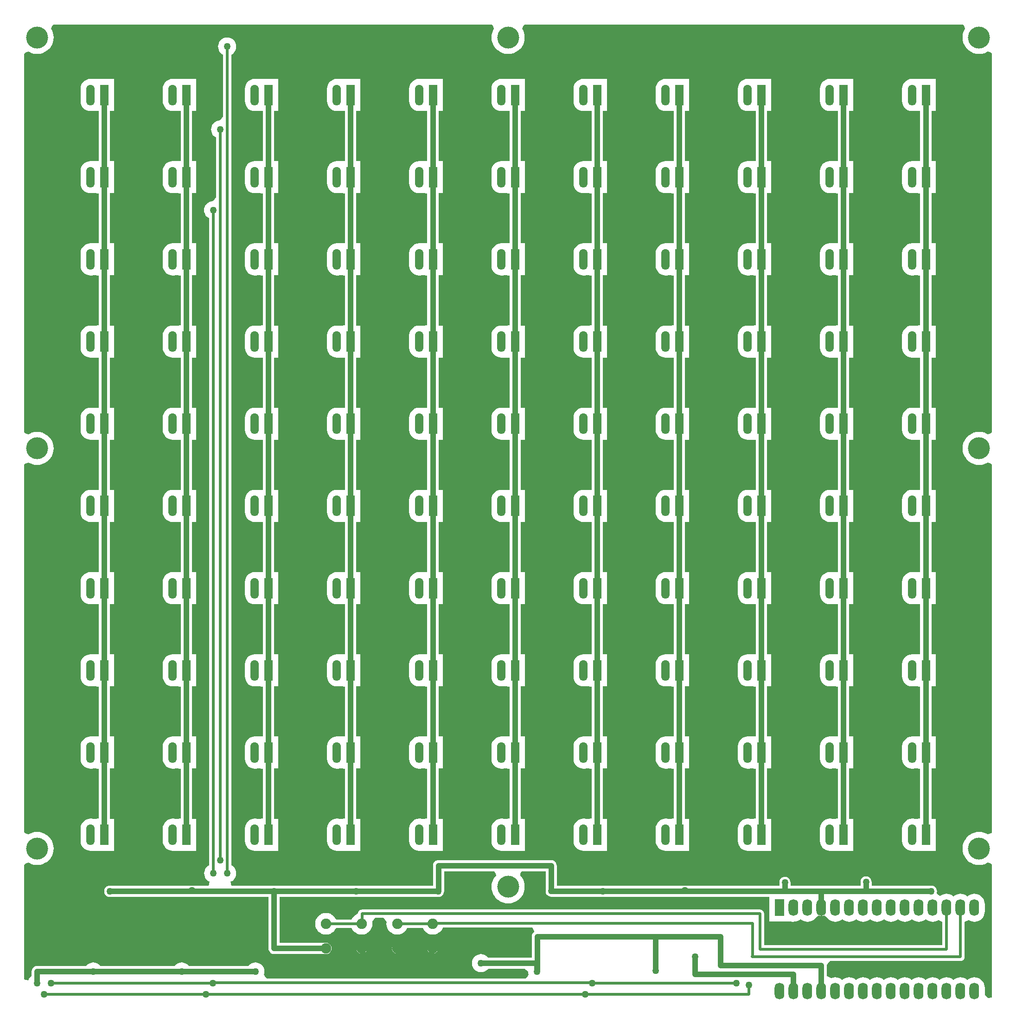
<source format=gbl>
G04 Layer_Physical_Order=2*
G04 Layer_Color=26163*
%FSLAX25Y25*%
%MOIN*%
G70*
G01*
G75*
%ADD13C,0.04000*%
%ADD14C,0.02000*%
%ADD15R,0.06000X0.15000*%
%ADD16O,0.06000X0.15000*%
%ADD17C,0.07500*%
%ADD18C,0.15748*%
%ADD19O,0.07000X0.12000*%
%ADD20R,0.07000X0.12000*%
%ADD21C,0.05000*%
G36*
X327654Y315539D02*
X328494Y313349D01*
X327970Y312494D01*
X327255Y310767D01*
X326819Y308950D01*
X326672Y307087D01*
X326819Y305223D01*
X327255Y303406D01*
X327970Y301679D01*
X328947Y300086D01*
X330160Y298664D01*
X331582Y297451D01*
X333175Y296474D01*
X334902Y295759D01*
X336719Y295322D01*
X338583Y295176D01*
X340446Y295322D01*
X342263Y295759D01*
X343990Y296474D01*
X344845Y296998D01*
X347035Y296158D01*
X347845Y295437D01*
Y23461D01*
X347035Y22740D01*
X344845Y21900D01*
X343990Y22424D01*
X342263Y23139D01*
X340446Y23575D01*
X338583Y23722D01*
X336719Y23575D01*
X334902Y23139D01*
X333175Y22424D01*
X331582Y21447D01*
X330160Y20233D01*
X328947Y18812D01*
X327970Y17218D01*
X327255Y15492D01*
X326819Y13674D01*
X326672Y11811D01*
X326819Y9948D01*
X327255Y8130D01*
X327970Y6404D01*
X328947Y4810D01*
X330160Y3389D01*
X331582Y2175D01*
X333175Y1199D01*
X334902Y483D01*
X336719Y47D01*
X338583Y-100D01*
X340446Y47D01*
X342263Y483D01*
X343990Y1199D01*
X344845Y1722D01*
X347035Y882D01*
X347845Y161D01*
Y-263941D01*
X347035Y-264662D01*
X344845Y-265502D01*
X343990Y-264978D01*
X342263Y-264263D01*
X340446Y-263826D01*
X338583Y-263680D01*
X336719Y-263826D01*
X334902Y-264263D01*
X333175Y-264978D01*
X331582Y-265955D01*
X330160Y-267168D01*
X328947Y-268590D01*
X327970Y-270183D01*
X327255Y-271910D01*
X326819Y-273727D01*
X326672Y-275590D01*
X326819Y-277454D01*
X327255Y-279271D01*
X327970Y-280998D01*
X328947Y-282592D01*
X330160Y-284013D01*
X331582Y-285226D01*
X333175Y-286203D01*
X334902Y-286918D01*
X336719Y-287355D01*
X338583Y-287501D01*
X340446Y-287355D01*
X342263Y-286918D01*
X343990Y-286203D01*
X344845Y-285679D01*
X347035Y-286519D01*
X347845Y-287241D01*
Y-382591D01*
X344845Y-382959D01*
X342736Y-380700D01*
Y-375700D01*
X342592Y-374230D01*
X342163Y-372816D01*
X341466Y-371513D01*
X340529Y-370371D01*
X339387Y-369434D01*
X338084Y-368737D01*
X336670Y-368308D01*
X335200Y-368164D01*
X333730Y-368308D01*
X332316Y-368737D01*
X331013Y-369434D01*
X330200Y-370101D01*
X329387Y-369434D01*
X328084Y-368737D01*
X326670Y-368308D01*
X325200Y-368164D01*
X323730Y-368308D01*
X322316Y-368737D01*
X321013Y-369434D01*
X320200Y-370101D01*
X319387Y-369434D01*
X318084Y-368737D01*
X316670Y-368308D01*
X315200Y-368164D01*
X313730Y-368308D01*
X312316Y-368737D01*
X311013Y-369434D01*
X310200Y-370101D01*
X309387Y-369434D01*
X308084Y-368737D01*
X306670Y-368308D01*
X305200Y-368164D01*
X303730Y-368308D01*
X302316Y-368737D01*
X301013Y-369434D01*
X300200Y-370101D01*
X299387Y-369434D01*
X298084Y-368737D01*
X296670Y-368308D01*
X295200Y-368164D01*
X293730Y-368308D01*
X292316Y-368737D01*
X291013Y-369434D01*
X290200Y-370101D01*
X289387Y-369434D01*
X288084Y-368737D01*
X286670Y-368308D01*
X285200Y-368164D01*
X283730Y-368308D01*
X282316Y-368737D01*
X281013Y-369434D01*
X280200Y-370101D01*
X279387Y-369434D01*
X278084Y-368737D01*
X276670Y-368308D01*
X275200Y-368164D01*
X273730Y-368308D01*
X272316Y-368737D01*
X271013Y-369434D01*
X270200Y-370101D01*
X269387Y-369434D01*
X268084Y-368737D01*
X266670Y-368308D01*
X265200Y-368164D01*
X263730Y-368308D01*
X262316Y-368737D01*
X261013Y-369434D01*
X260200Y-370101D01*
X259387Y-369434D01*
X258084Y-368737D01*
X256670Y-368308D01*
X255200Y-368164D01*
X253730Y-368308D01*
X252316Y-368737D01*
X251013Y-369434D01*
X250200Y-370101D01*
X249387Y-369434D01*
X248084Y-368737D01*
X246670Y-368308D01*
X245200Y-368164D01*
X243730Y-368308D01*
X242316Y-368737D01*
X241013Y-369434D01*
X240200Y-370101D01*
X239387Y-369434D01*
X238084Y-368737D01*
X236670Y-368308D01*
X235200Y-368164D01*
X233730Y-368308D01*
X232316Y-368737D01*
X232235Y-368781D01*
X229426Y-367331D01*
X229235Y-367077D01*
Y-359700D01*
X229212Y-359526D01*
X230576Y-357321D01*
X231457Y-356526D01*
X325200D01*
X325983Y-356423D01*
X326713Y-356120D01*
X327340Y-355640D01*
X327820Y-355013D01*
X328123Y-354283D01*
X328226Y-353500D01*
Y-328485D01*
X330946Y-326911D01*
X331013Y-326966D01*
X332316Y-327663D01*
X333730Y-328092D01*
X335200Y-328236D01*
X336670Y-328092D01*
X338084Y-327663D01*
X339387Y-326966D01*
X340529Y-326029D01*
X341466Y-324887D01*
X342163Y-323584D01*
X342592Y-322170D01*
X342736Y-320700D01*
Y-315700D01*
X342592Y-314230D01*
X342163Y-312816D01*
X341466Y-311513D01*
X340529Y-310371D01*
X339387Y-309434D01*
X338084Y-308737D01*
X336670Y-308309D01*
X335200Y-308164D01*
X333730Y-308309D01*
X332316Y-308737D01*
X331013Y-309434D01*
X330200Y-310101D01*
X329387Y-309434D01*
X328084Y-308737D01*
X326670Y-308309D01*
X325200Y-308164D01*
X323730Y-308309D01*
X322316Y-308737D01*
X321013Y-309434D01*
X320200Y-310101D01*
X319387Y-309434D01*
X318084Y-308737D01*
X316670Y-308309D01*
X315200Y-308164D01*
X313730Y-308309D01*
X312316Y-308737D01*
X311013Y-309434D01*
X310560Y-309806D01*
X308106Y-308138D01*
X308137Y-307320D01*
X308275Y-306276D01*
X308137Y-305231D01*
X307734Y-304258D01*
X307093Y-303423D01*
X306257Y-302782D01*
X305284Y-302379D01*
X304240Y-302241D01*
X261334D01*
Y-299700D01*
X261197Y-298656D01*
X260794Y-297683D01*
X260153Y-296847D01*
X259317Y-296206D01*
X258344Y-295803D01*
X257300Y-295666D01*
X256256Y-295803D01*
X255283Y-296206D01*
X254447Y-296847D01*
X253806Y-297683D01*
X253403Y-298656D01*
X253266Y-299700D01*
Y-302241D01*
X224800D01*
X224800Y-302241D01*
X224800Y-302241D01*
X203034D01*
Y-300000D01*
X202897Y-298956D01*
X202494Y-297983D01*
X201853Y-297147D01*
X201017Y-296506D01*
X200044Y-296103D01*
X199000Y-295966D01*
X197956Y-296103D01*
X196983Y-296506D01*
X196147Y-297147D01*
X195506Y-297983D01*
X195103Y-298956D01*
X194966Y-300000D01*
Y-302241D01*
X35034D01*
Y-288000D01*
X34897Y-286956D01*
X34494Y-285983D01*
X33853Y-285147D01*
X33017Y-284506D01*
X32044Y-284103D01*
X31000Y-283965D01*
X-50000D01*
X-51044Y-284103D01*
X-52017Y-284506D01*
X-52853Y-285147D01*
X-53494Y-285983D01*
X-53897Y-286956D01*
X-54035Y-288000D01*
Y-302466D01*
X-166909D01*
X-167157Y-302363D01*
X-168201Y-302225D01*
X-169245Y-302363D01*
X-169494Y-302466D01*
X-198829D01*
X-199501Y-299534D01*
X-198371Y-298931D01*
X-197382Y-298118D01*
X-196569Y-297129D01*
X-195966Y-296000D01*
X-195594Y-294774D01*
X-195469Y-293500D01*
X-195594Y-292226D01*
X-195966Y-291001D01*
X-196569Y-289871D01*
X-197382Y-288882D01*
X-198371Y-288069D01*
X-198974Y-287747D01*
Y294747D01*
X-198371Y295069D01*
X-197382Y295882D01*
X-196569Y296871D01*
X-195966Y298001D01*
X-195594Y299226D01*
X-195469Y300500D01*
X-195594Y301774D01*
X-195966Y302999D01*
X-196569Y304129D01*
X-197382Y305118D01*
X-198371Y305931D01*
X-199501Y306534D01*
X-200726Y306906D01*
X-202000Y307031D01*
X-203274Y306906D01*
X-204500Y306534D01*
X-205629Y305931D01*
X-206618Y305118D01*
X-207431Y304129D01*
X-208034Y302999D01*
X-208406Y301774D01*
X-208531Y300500D01*
X-208406Y299226D01*
X-208034Y298001D01*
X-207431Y296871D01*
X-206618Y295882D01*
X-205629Y295069D01*
X-205026Y294747D01*
Y250175D01*
X-207000Y247531D01*
X-208274Y247406D01*
X-209500Y247034D01*
X-210629Y246431D01*
X-211618Y245618D01*
X-212431Y244629D01*
X-213034Y243499D01*
X-213406Y242274D01*
X-213531Y241000D01*
X-213406Y239726D01*
X-213034Y238500D01*
X-212431Y237371D01*
X-211618Y236382D01*
X-210629Y235569D01*
X-210026Y235247D01*
Y192120D01*
X-212035Y189496D01*
X-213310Y189371D01*
X-214535Y188999D01*
X-215664Y188395D01*
X-216654Y187583D01*
X-217466Y186593D01*
X-218070Y185464D01*
X-218441Y184239D01*
X-218567Y182965D01*
X-218441Y181690D01*
X-218070Y180465D01*
X-217466Y179336D01*
X-216654Y178346D01*
X-215664Y177534D01*
X-215026Y177193D01*
Y-287747D01*
X-215629Y-288069D01*
X-216618Y-288882D01*
X-217431Y-289871D01*
X-218034Y-291001D01*
X-218406Y-292226D01*
X-218531Y-293500D01*
X-218406Y-294774D01*
X-218034Y-296000D01*
X-217431Y-297129D01*
X-216618Y-298118D01*
X-215629Y-298931D01*
X-214499Y-299534D01*
X-215171Y-302466D01*
X-285057D01*
X-285267Y-302379D01*
X-286311Y-302241D01*
X-287356Y-302379D01*
X-288329Y-302782D01*
X-289164Y-303423D01*
X-289805Y-304258D01*
X-290208Y-305231D01*
X-290346Y-306276D01*
X-290208Y-307320D01*
X-289805Y-308293D01*
X-289164Y-309128D01*
X-288940Y-309353D01*
X-288940Y-309353D01*
X-288104Y-309994D01*
X-287131Y-310397D01*
X-286087Y-310535D01*
X-172236D01*
Y-347441D01*
X-172098Y-348485D01*
X-171695Y-349458D01*
X-171054Y-350294D01*
X-170218Y-350935D01*
X-169245Y-351338D01*
X-168201Y-351476D01*
X-130905D01*
X-129861Y-351338D01*
X-128888Y-350935D01*
X-128053Y-350294D01*
X-127411Y-349458D01*
X-127008Y-348485D01*
X-126871Y-347441D01*
X-127008Y-346397D01*
X-127411Y-345424D01*
X-128053Y-344588D01*
X-128888Y-343947D01*
X-129861Y-343544D01*
X-130905Y-343406D01*
X-164166D01*
Y-310535D01*
X-50091D01*
X-49046Y-310397D01*
X-48074Y-309994D01*
X-47238Y-309353D01*
X-46597Y-308517D01*
X-46194Y-307544D01*
X-46193Y-307536D01*
X-46103Y-307320D01*
X-45965Y-306276D01*
Y-292035D01*
X-9888D01*
X-8907Y-293837D01*
X-8684Y-295035D01*
X-9636Y-296149D01*
X-10612Y-297742D01*
X-11328Y-299469D01*
X-11764Y-301286D01*
X-11911Y-303150D01*
X-11764Y-305013D01*
X-11328Y-306830D01*
X-10612Y-308557D01*
X-9636Y-310151D01*
X-8422Y-311572D01*
X-7001Y-312786D01*
X-5407Y-313762D01*
X-3681Y-314477D01*
X-1863Y-314914D01*
X0Y-315060D01*
X1863Y-314914D01*
X3681Y-314477D01*
X5407Y-313762D01*
X7001Y-312786D01*
X8422Y-311572D01*
X9636Y-310151D01*
X10612Y-308557D01*
X11328Y-306830D01*
X11764Y-305013D01*
X11911Y-303150D01*
X11764Y-301286D01*
X11328Y-299469D01*
X10612Y-297742D01*
X9636Y-296149D01*
X8684Y-295035D01*
X8907Y-293837D01*
X9888Y-292035D01*
X26965D01*
Y-306276D01*
X27103Y-307320D01*
X27506Y-308293D01*
X28147Y-309128D01*
X28983Y-309770D01*
X29956Y-310173D01*
X31000Y-310310D01*
X187700D01*
Y-328200D01*
X202700D01*
Y-328200D01*
X205200Y-328236D01*
X205695Y-328188D01*
X206670Y-328092D01*
X208084Y-327663D01*
X209387Y-326966D01*
X210200Y-326299D01*
X211013Y-326966D01*
X212316Y-327663D01*
X213730Y-328092D01*
X215200Y-328236D01*
X216670Y-328092D01*
X218084Y-327663D01*
X219387Y-326966D01*
X220529Y-326029D01*
X221466Y-324887D01*
X223262Y-323856D01*
X224286Y-324110D01*
X224700Y-324164D01*
Y-318200D01*
X225700D01*
Y-324164D01*
X226114Y-324110D01*
X227138Y-323856D01*
X228934Y-324887D01*
X229871Y-326029D01*
X231013Y-326966D01*
X232316Y-327663D01*
X233730Y-328092D01*
X235200Y-328236D01*
X236670Y-328092D01*
X238084Y-327663D01*
X239387Y-326966D01*
X240200Y-326299D01*
X241013Y-326966D01*
X242316Y-327663D01*
X243730Y-328092D01*
X245200Y-328236D01*
X246670Y-328092D01*
X248084Y-327663D01*
X249387Y-326966D01*
X250200Y-326299D01*
X251013Y-326966D01*
X252316Y-327663D01*
X253730Y-328092D01*
X255200Y-328236D01*
X256670Y-328092D01*
X258084Y-327663D01*
X259387Y-326966D01*
X260200Y-326299D01*
X261013Y-326966D01*
X262316Y-327663D01*
X263730Y-328092D01*
X265200Y-328236D01*
X266670Y-328092D01*
X268084Y-327663D01*
X269387Y-326966D01*
X270200Y-326299D01*
X271013Y-326966D01*
X272316Y-327663D01*
X273730Y-328092D01*
X275200Y-328236D01*
X276670Y-328092D01*
X278084Y-327663D01*
X279387Y-326966D01*
X280200Y-326299D01*
X281013Y-326966D01*
X282316Y-327663D01*
X283730Y-328092D01*
X285200Y-328236D01*
X286670Y-328092D01*
X288084Y-327663D01*
X289387Y-326966D01*
X290200Y-326299D01*
X291013Y-326966D01*
X292316Y-327663D01*
X293730Y-328092D01*
X295200Y-328236D01*
X296670Y-328092D01*
X298084Y-327663D01*
X299387Y-326966D01*
X300200Y-326299D01*
X301013Y-326966D01*
X302316Y-327663D01*
X303730Y-328092D01*
X305200Y-328236D01*
X306670Y-328092D01*
X308084Y-327663D01*
X309387Y-326966D01*
X309454Y-326911D01*
X312174Y-328485D01*
Y-344974D01*
X184026D01*
Y-322500D01*
X183923Y-321717D01*
X183621Y-320987D01*
X183140Y-320360D01*
X182513Y-319880D01*
X181783Y-319577D01*
X181000Y-319474D01*
X-105000D01*
X-105783Y-319577D01*
X-106513Y-319880D01*
X-107140Y-320360D01*
X-107621Y-320987D01*
X-107923Y-321717D01*
X-108019Y-322446D01*
X-108295Y-322530D01*
X-109642Y-323249D01*
X-110822Y-324218D01*
X-111790Y-325398D01*
X-112485Y-326698D01*
X-123735D01*
X-124430Y-325398D01*
X-125399Y-324218D01*
X-126579Y-323249D01*
X-127925Y-322530D01*
X-129386Y-322087D01*
X-130905Y-321937D01*
X-132425Y-322087D01*
X-133886Y-322530D01*
X-135232Y-323249D01*
X-136412Y-324218D01*
X-137381Y-325398D01*
X-138100Y-326744D01*
X-138543Y-328205D01*
X-138693Y-329724D01*
X-138543Y-331244D01*
X-138100Y-332705D01*
X-137381Y-334051D01*
X-136412Y-335231D01*
X-135232Y-336199D01*
X-133886Y-336919D01*
X-132425Y-337362D01*
X-130905Y-337512D01*
X-129386Y-337362D01*
X-127925Y-336919D01*
X-126579Y-336199D01*
X-125399Y-335231D01*
X-124430Y-334051D01*
X-123735Y-332750D01*
X-112485D01*
X-111790Y-334051D01*
X-110822Y-335231D01*
X-109642Y-336199D01*
X-108295Y-336919D01*
X-106834Y-337362D01*
X-105315Y-337512D01*
X-103796Y-337362D01*
X-102335Y-336919D01*
X-100988Y-336199D01*
X-99808Y-335231D01*
X-98840Y-334051D01*
X-98120Y-332705D01*
X-97677Y-331244D01*
X-97527Y-329724D01*
X-97645Y-328526D01*
X-97531Y-328022D01*
X-95535Y-325526D01*
X-89505D01*
X-87509Y-328022D01*
X-87394Y-328526D01*
X-87512Y-329724D01*
X-87362Y-331244D01*
X-86919Y-332705D01*
X-86199Y-334051D01*
X-85231Y-335231D01*
X-84051Y-336199D01*
X-82705Y-336919D01*
X-81244Y-337362D01*
X-79724Y-337512D01*
X-78205Y-337362D01*
X-76744Y-336919D01*
X-75398Y-336199D01*
X-74218Y-335231D01*
X-73249Y-334051D01*
X-72554Y-332750D01*
X-61304D01*
X-60609Y-334051D01*
X-59640Y-335231D01*
X-58460Y-336199D01*
X-57114Y-336919D01*
X-55653Y-337362D01*
X-54134Y-337512D01*
X-52615Y-337362D01*
X-51154Y-336919D01*
X-49807Y-336199D01*
X-48627Y-335231D01*
X-47659Y-334051D01*
X-46939Y-332705D01*
X-46885Y-332526D01*
X17551D01*
X18847Y-335215D01*
X18826Y-335526D01*
X18147Y-336047D01*
X17506Y-336883D01*
X17103Y-337856D01*
X16965Y-338900D01*
Y-353965D01*
X-14402D01*
X-14882Y-353382D01*
X-15871Y-352569D01*
X-17000Y-351966D01*
X-18226Y-351594D01*
X-19500Y-351469D01*
X-20774Y-351594D01*
X-22000Y-351966D01*
X-23129Y-352569D01*
X-24118Y-353382D01*
X-24931Y-354371D01*
X-25534Y-355501D01*
X-25906Y-356726D01*
X-26032Y-358000D01*
X-25906Y-359274D01*
X-25534Y-360500D01*
X-24931Y-361629D01*
X-24118Y-362618D01*
X-23129Y-363431D01*
X-22000Y-364034D01*
X-20774Y-364406D01*
X-19500Y-364531D01*
X-18226Y-364406D01*
X-17000Y-364034D01*
X-15871Y-363431D01*
X-14882Y-362618D01*
X-14402Y-362035D01*
X11644D01*
X14291Y-364000D01*
X14417Y-365274D01*
X14643Y-366021D01*
X13960Y-367517D01*
X12735Y-369021D01*
X-173589D01*
X-174815Y-367517D01*
X-175498Y-366021D01*
X-175271Y-365274D01*
X-175146Y-364000D01*
X-175271Y-362726D01*
X-175643Y-361501D01*
X-176247Y-360371D01*
X-177059Y-359382D01*
X-178049Y-358569D01*
X-179178Y-357966D01*
X-180403Y-357594D01*
X-181677Y-357469D01*
X-182951Y-357594D01*
X-184177Y-357966D01*
X-185306Y-358569D01*
X-186296Y-359382D01*
X-186775Y-359965D01*
X-229580D01*
X-230059Y-359382D01*
X-231048Y-358569D01*
X-232178Y-357966D01*
X-233403Y-357594D01*
X-234677Y-357469D01*
X-235951Y-357594D01*
X-237177Y-357966D01*
X-238306Y-358569D01*
X-239296Y-359382D01*
X-239775Y-359965D01*
X-293080D01*
X-293559Y-359382D01*
X-294549Y-358569D01*
X-295678Y-357966D01*
X-296903Y-357594D01*
X-298177Y-357469D01*
X-299451Y-357594D01*
X-300677Y-357966D01*
X-301806Y-358569D01*
X-302796Y-359382D01*
X-303275Y-359965D01*
X-338500D01*
X-339544Y-360103D01*
X-340517Y-360506D01*
X-341353Y-361147D01*
X-341994Y-361983D01*
X-342397Y-362956D01*
X-342534Y-364000D01*
Y-367080D01*
X-343296Y-367704D01*
X-344108Y-368694D01*
X-344711Y-369823D01*
X-344845Y-370263D01*
X-347845Y-369818D01*
Y-287241D01*
X-347035Y-286519D01*
X-344845Y-285679D01*
X-343990Y-286203D01*
X-342263Y-286918D01*
X-340446Y-287355D01*
X-338583Y-287501D01*
X-336719Y-287355D01*
X-334902Y-286918D01*
X-333175Y-286203D01*
X-331582Y-285226D01*
X-330160Y-284013D01*
X-328947Y-282592D01*
X-327970Y-280998D01*
X-327255Y-279271D01*
X-326819Y-277454D01*
X-326672Y-275590D01*
X-326819Y-273727D01*
X-327255Y-271910D01*
X-327970Y-270183D01*
X-328947Y-268590D01*
X-330160Y-267168D01*
X-331582Y-265955D01*
X-333175Y-264978D01*
X-334902Y-264263D01*
X-336719Y-263826D01*
X-338583Y-263680D01*
X-340446Y-263826D01*
X-342263Y-264263D01*
X-343990Y-264978D01*
X-344845Y-265502D01*
X-347035Y-264662D01*
X-347845Y-263941D01*
Y161D01*
X-347035Y882D01*
X-344845Y1722D01*
X-343990Y1199D01*
X-342263Y483D01*
X-340446Y47D01*
X-338583Y-100D01*
X-336719Y47D01*
X-334902Y483D01*
X-333175Y1199D01*
X-331582Y2175D01*
X-330160Y3389D01*
X-328947Y4810D01*
X-327970Y6404D01*
X-327255Y8130D01*
X-326819Y9948D01*
X-326672Y11811D01*
X-326819Y13674D01*
X-327255Y15492D01*
X-327970Y17218D01*
X-328947Y18812D01*
X-330160Y20233D01*
X-331582Y21447D01*
X-333175Y22424D01*
X-334902Y23139D01*
X-336719Y23575D01*
X-338583Y23722D01*
X-340446Y23575D01*
X-342263Y23139D01*
X-343990Y22424D01*
X-344845Y21900D01*
X-347035Y22740D01*
X-347845Y23461D01*
Y295437D01*
X-347035Y296158D01*
X-344845Y296998D01*
X-343990Y296474D01*
X-342263Y295759D01*
X-340446Y295322D01*
X-338583Y295176D01*
X-336719Y295322D01*
X-334902Y295759D01*
X-333175Y296474D01*
X-331582Y297451D01*
X-330160Y298664D01*
X-328947Y300086D01*
X-327970Y301679D01*
X-327255Y303406D01*
X-326819Y305223D01*
X-326672Y307087D01*
X-326819Y308950D01*
X-327255Y310767D01*
X-327970Y312494D01*
X-328494Y313349D01*
X-327654Y315539D01*
X-326933Y316349D01*
X-11650D01*
X-10929Y315539D01*
X-10089Y313349D01*
X-10612Y312494D01*
X-11328Y310767D01*
X-11764Y308950D01*
X-11911Y307087D01*
X-11764Y305223D01*
X-11328Y303406D01*
X-10612Y301679D01*
X-9636Y300086D01*
X-8422Y298664D01*
X-7001Y297451D01*
X-5407Y296474D01*
X-3681Y295759D01*
X-1863Y295322D01*
X0Y295176D01*
X1863Y295322D01*
X3681Y295759D01*
X5407Y296474D01*
X7001Y297451D01*
X8422Y298664D01*
X9636Y300086D01*
X10612Y301679D01*
X11328Y303406D01*
X11764Y305223D01*
X11911Y307087D01*
X11764Y308950D01*
X11328Y310767D01*
X10612Y312494D01*
X10089Y313349D01*
X10929Y315539D01*
X11650Y316349D01*
X326933D01*
X327654Y315539D01*
D02*
G37*
%LPC*%
G36*
X290275Y277282D02*
X288903Y277147D01*
X287584Y276747D01*
X286368Y276097D01*
X285302Y275222D01*
X284427Y274156D01*
X283777Y272940D01*
X283377Y271620D01*
X283242Y270248D01*
Y261248D01*
X283377Y259876D01*
X283777Y258556D01*
X284427Y257340D01*
X285302Y256274D01*
X286368Y255400D01*
X287584Y254750D01*
X288903Y254349D01*
X290275Y254214D01*
X290289Y254216D01*
X293241Y254248D01*
X293367Y254245D01*
X296241Y254165D01*
Y218276D01*
X293367Y218196D01*
X293241Y218193D01*
X290289Y218226D01*
X290275Y218227D01*
X288903Y218092D01*
X287584Y217691D01*
X286368Y217041D01*
X285302Y216167D01*
X284427Y215101D01*
X283777Y213885D01*
X283377Y212565D01*
X283242Y211193D01*
Y202193D01*
X283377Y200821D01*
X283777Y199501D01*
X284427Y198285D01*
X285302Y197219D01*
X286368Y196344D01*
X287584Y195694D01*
X288903Y195294D01*
X290275Y195159D01*
X290289Y195160D01*
X293241Y195193D01*
X293367Y195190D01*
X296241Y195109D01*
Y159221D01*
X293367Y159140D01*
X293241Y159138D01*
X290289Y159170D01*
X290275Y159172D01*
X288903Y159037D01*
X287584Y158636D01*
X286368Y157986D01*
X285302Y157112D01*
X284427Y156046D01*
X283777Y154830D01*
X283377Y153510D01*
X283242Y152138D01*
Y143138D01*
X283377Y141766D01*
X283777Y140446D01*
X284427Y139230D01*
X285302Y138164D01*
X286368Y137289D01*
X287584Y136639D01*
X288903Y136239D01*
X290275Y136104D01*
X290289Y136105D01*
X293241Y136137D01*
X293367Y136135D01*
X296241Y136054D01*
Y100166D01*
X293367Y100085D01*
X293241Y100083D01*
X290289Y100115D01*
X290275Y100117D01*
X288903Y99981D01*
X287584Y99581D01*
X286368Y98931D01*
X285302Y98056D01*
X284427Y96991D01*
X283777Y95774D01*
X283377Y94455D01*
X283242Y93083D01*
Y84083D01*
X283377Y82710D01*
X283777Y81391D01*
X284427Y80175D01*
X285302Y79109D01*
X286368Y78234D01*
X287584Y77584D01*
X288903Y77184D01*
X290275Y77049D01*
X290289Y77050D01*
X293241Y77082D01*
X293367Y77080D01*
X296241Y76999D01*
Y41111D01*
X293367Y41030D01*
X293241Y41028D01*
X290289Y41060D01*
X290275Y41061D01*
X288903Y40926D01*
X287584Y40526D01*
X286368Y39876D01*
X285302Y39001D01*
X284427Y37935D01*
X283777Y36719D01*
X283377Y35400D01*
X283242Y34028D01*
Y25028D01*
X283377Y23655D01*
X283777Y22336D01*
X284427Y21120D01*
X285302Y20054D01*
X286368Y19179D01*
X287584Y18529D01*
X288903Y18129D01*
X290275Y17994D01*
X290289Y17995D01*
X293241Y18027D01*
X293367Y18025D01*
X296241Y17944D01*
Y-17944D01*
X293367Y-18025D01*
X293241Y-18027D01*
X290289Y-17995D01*
X290275Y-17994D01*
X288903Y-18129D01*
X287584Y-18529D01*
X286368Y-19179D01*
X285302Y-20054D01*
X284427Y-21120D01*
X283777Y-22336D01*
X283377Y-23655D01*
X283242Y-25028D01*
Y-34028D01*
X283377Y-35400D01*
X283777Y-36719D01*
X284427Y-37935D01*
X285302Y-39001D01*
X286368Y-39876D01*
X287584Y-40526D01*
X288903Y-40926D01*
X290275Y-41061D01*
X290289Y-41060D01*
X293241Y-41028D01*
X293367Y-41030D01*
X296241Y-41111D01*
Y-76999D01*
X293367Y-77080D01*
X293241Y-77082D01*
X290289Y-77050D01*
X290275Y-77049D01*
X288903Y-77184D01*
X287584Y-77584D01*
X286368Y-78234D01*
X285302Y-79109D01*
X284427Y-80175D01*
X283777Y-81391D01*
X283377Y-82710D01*
X283242Y-84083D01*
Y-93083D01*
X283377Y-94455D01*
X283777Y-95774D01*
X284427Y-96991D01*
X285302Y-98056D01*
X286368Y-98931D01*
X287584Y-99581D01*
X288903Y-99981D01*
X290275Y-100117D01*
X290289Y-100115D01*
X293241Y-100083D01*
X293367Y-100085D01*
X296241Y-100166D01*
Y-136054D01*
X293367Y-136135D01*
X293241Y-136137D01*
X290289Y-136105D01*
X290275Y-136104D01*
X288903Y-136239D01*
X287584Y-136639D01*
X286368Y-137289D01*
X285302Y-138164D01*
X284427Y-139230D01*
X283777Y-140446D01*
X283377Y-141766D01*
X283242Y-143138D01*
Y-152138D01*
X283377Y-153510D01*
X283777Y-154830D01*
X284427Y-156046D01*
X285302Y-157112D01*
X286368Y-157986D01*
X287584Y-158636D01*
X288903Y-159037D01*
X290275Y-159172D01*
X290289Y-159170D01*
X293241Y-159138D01*
X293367Y-159140D01*
X296241Y-159221D01*
Y-195109D01*
X293367Y-195190D01*
X293241Y-195193D01*
X290289Y-195160D01*
X290275Y-195159D01*
X288903Y-195294D01*
X287584Y-195694D01*
X286368Y-196344D01*
X285302Y-197219D01*
X284427Y-198285D01*
X283777Y-199501D01*
X283377Y-200821D01*
X283242Y-202193D01*
Y-211193D01*
X283377Y-212565D01*
X283777Y-213885D01*
X284427Y-215101D01*
X285302Y-216167D01*
X286368Y-217041D01*
X287584Y-217691D01*
X288903Y-218092D01*
X290275Y-218227D01*
X290289Y-218226D01*
X293241Y-218193D01*
X293367Y-218196D01*
X296241Y-218276D01*
Y-254165D01*
X293367Y-254245D01*
X293241Y-254248D01*
X290289Y-254216D01*
X290275Y-254214D01*
X288903Y-254349D01*
X287584Y-254750D01*
X286368Y-255400D01*
X285302Y-256274D01*
X284427Y-257340D01*
X283777Y-258556D01*
X283377Y-259876D01*
X283242Y-261248D01*
Y-270248D01*
X283377Y-271620D01*
X283777Y-272940D01*
X284427Y-274156D01*
X285302Y-275222D01*
X286368Y-276097D01*
X287584Y-276747D01*
X288903Y-277147D01*
X290275Y-277282D01*
X290289Y-277281D01*
X293275Y-277248D01*
Y-277248D01*
X307275D01*
Y-254248D01*
X304310D01*
Y-218193D01*
X307275D01*
Y-195193D01*
X304310D01*
Y-159138D01*
X307275D01*
Y-136138D01*
X304310D01*
Y-100083D01*
X307275D01*
Y-77083D01*
X304310D01*
Y-41028D01*
X307275D01*
Y-18028D01*
X304310D01*
Y18028D01*
X307275D01*
Y41028D01*
X304310D01*
Y77083D01*
X307275D01*
Y100083D01*
X304310D01*
Y136138D01*
X307275D01*
Y159138D01*
X304310D01*
Y195193D01*
X307275D01*
Y218193D01*
X304310D01*
Y254248D01*
X307275D01*
Y277248D01*
X293275D01*
X293275Y277248D01*
X290289Y277281D01*
X290275Y277282D01*
D02*
G37*
G36*
X231220D02*
X229848Y277147D01*
X228529Y276747D01*
X227313Y276097D01*
X226247Y275222D01*
X225372Y274156D01*
X224722Y272940D01*
X224322Y271620D01*
X224186Y270248D01*
Y261248D01*
X224322Y259876D01*
X224722Y258556D01*
X225372Y257340D01*
X226247Y256274D01*
X227313Y255400D01*
X228529Y254750D01*
X229848Y254349D01*
X231220Y254214D01*
X231234Y254216D01*
X234186Y254248D01*
X234312Y254245D01*
X237186Y254165D01*
Y218276D01*
X234312Y218196D01*
X234186Y218193D01*
X231234Y218226D01*
X231220Y218227D01*
X229848Y218092D01*
X228529Y217691D01*
X227313Y217041D01*
X226247Y216167D01*
X225372Y215101D01*
X224722Y213885D01*
X224322Y212565D01*
X224186Y211193D01*
Y202193D01*
X224322Y200821D01*
X224722Y199501D01*
X225372Y198285D01*
X226247Y197219D01*
X227313Y196344D01*
X228529Y195694D01*
X229848Y195294D01*
X231220Y195159D01*
X231234Y195160D01*
X234186Y195193D01*
X234312Y195190D01*
X237186Y195109D01*
Y159221D01*
X234312Y159140D01*
X234186Y159138D01*
X231234Y159170D01*
X231220Y159172D01*
X229848Y159037D01*
X228529Y158636D01*
X227313Y157986D01*
X226247Y157112D01*
X225372Y156046D01*
X224722Y154830D01*
X224322Y153510D01*
X224186Y152138D01*
Y143138D01*
X224322Y141766D01*
X224722Y140446D01*
X225372Y139230D01*
X226247Y138164D01*
X227313Y137289D01*
X228529Y136639D01*
X229848Y136239D01*
X231220Y136104D01*
X231234Y136105D01*
X234186Y136137D01*
X234312Y136135D01*
X237186Y136054D01*
Y100166D01*
X234312Y100085D01*
X234186Y100083D01*
X231234Y100115D01*
X231220Y100117D01*
X229848Y99981D01*
X228529Y99581D01*
X227313Y98931D01*
X226247Y98056D01*
X225372Y96991D01*
X224722Y95774D01*
X224322Y94455D01*
X224186Y93083D01*
Y84083D01*
X224322Y82710D01*
X224722Y81391D01*
X225372Y80175D01*
X226247Y79109D01*
X227313Y78234D01*
X228529Y77584D01*
X229848Y77184D01*
X231220Y77049D01*
X231234Y77050D01*
X234186Y77082D01*
X234312Y77080D01*
X237186Y76999D01*
Y41111D01*
X234312Y41030D01*
X234186Y41028D01*
X231234Y41060D01*
X231220Y41061D01*
X229848Y40926D01*
X228529Y40526D01*
X227313Y39876D01*
X226247Y39001D01*
X225372Y37935D01*
X224722Y36719D01*
X224322Y35400D01*
X224186Y34028D01*
Y25028D01*
X224322Y23655D01*
X224722Y22336D01*
X225372Y21120D01*
X226247Y20054D01*
X227313Y19179D01*
X228529Y18529D01*
X229848Y18129D01*
X231220Y17994D01*
X231234Y17995D01*
X234186Y18027D01*
X234312Y18025D01*
X237186Y17944D01*
Y-17944D01*
X234312Y-18025D01*
X234186Y-18027D01*
X231234Y-17995D01*
X231220Y-17994D01*
X229848Y-18129D01*
X228529Y-18529D01*
X227313Y-19179D01*
X226247Y-20054D01*
X225372Y-21120D01*
X224722Y-22336D01*
X224322Y-23655D01*
X224186Y-25028D01*
Y-34028D01*
X224322Y-35400D01*
X224722Y-36719D01*
X225372Y-37935D01*
X226247Y-39001D01*
X227313Y-39876D01*
X228529Y-40526D01*
X229848Y-40926D01*
X231220Y-41061D01*
X231234Y-41060D01*
X234186Y-41028D01*
X234312Y-41030D01*
X237186Y-41111D01*
Y-76999D01*
X234312Y-77080D01*
X234186Y-77082D01*
X231234Y-77050D01*
X231220Y-77049D01*
X229848Y-77184D01*
X228529Y-77584D01*
X227313Y-78234D01*
X226247Y-79109D01*
X225372Y-80175D01*
X224722Y-81391D01*
X224322Y-82710D01*
X224186Y-84083D01*
Y-93083D01*
X224322Y-94455D01*
X224722Y-95774D01*
X225372Y-96991D01*
X226247Y-98056D01*
X227313Y-98931D01*
X228529Y-99581D01*
X229848Y-99981D01*
X231220Y-100117D01*
X231234Y-100115D01*
X234186Y-100083D01*
X234312Y-100085D01*
X237186Y-100166D01*
Y-136054D01*
X234312Y-136135D01*
X234186Y-136137D01*
X231234Y-136105D01*
X231220Y-136104D01*
X229848Y-136239D01*
X228529Y-136639D01*
X227313Y-137289D01*
X226247Y-138164D01*
X225372Y-139230D01*
X224722Y-140446D01*
X224322Y-141766D01*
X224186Y-143138D01*
Y-152138D01*
X224322Y-153510D01*
X224722Y-154830D01*
X225372Y-156046D01*
X226247Y-157112D01*
X227313Y-157986D01*
X228529Y-158636D01*
X229848Y-159037D01*
X231220Y-159172D01*
X231234Y-159170D01*
X234186Y-159138D01*
X234312Y-159140D01*
X237186Y-159221D01*
Y-195109D01*
X234312Y-195190D01*
X234186Y-195193D01*
X231234Y-195160D01*
X231220Y-195159D01*
X229848Y-195294D01*
X228529Y-195694D01*
X227313Y-196344D01*
X226247Y-197219D01*
X225372Y-198285D01*
X224722Y-199501D01*
X224322Y-200821D01*
X224186Y-202193D01*
Y-211193D01*
X224322Y-212565D01*
X224722Y-213885D01*
X225372Y-215101D01*
X226247Y-216167D01*
X227313Y-217041D01*
X228529Y-217691D01*
X229848Y-218092D01*
X231220Y-218227D01*
X231234Y-218226D01*
X234186Y-218193D01*
X234312Y-218196D01*
X237186Y-218276D01*
Y-254165D01*
X234312Y-254245D01*
X234186Y-254248D01*
X231234Y-254216D01*
X231220Y-254214D01*
X229848Y-254349D01*
X228529Y-254750D01*
X227313Y-255400D01*
X226247Y-256274D01*
X225372Y-257340D01*
X224722Y-258556D01*
X224322Y-259876D01*
X224186Y-261248D01*
Y-270248D01*
X224322Y-271620D01*
X224722Y-272940D01*
X225372Y-274156D01*
X226247Y-275222D01*
X227313Y-276097D01*
X228529Y-276747D01*
X229848Y-277147D01*
X231220Y-277282D01*
X231234Y-277281D01*
X234220Y-277248D01*
Y-277248D01*
X248220D01*
Y-254248D01*
X245255D01*
Y-218193D01*
X248220D01*
Y-195193D01*
X245255D01*
Y-159138D01*
X248220D01*
Y-136138D01*
X245255D01*
Y-100083D01*
X248220D01*
Y-77083D01*
X245255D01*
Y-41028D01*
X248220D01*
Y-18028D01*
X245255D01*
Y18028D01*
X248220D01*
Y41028D01*
X245255D01*
Y77083D01*
X248220D01*
Y100083D01*
X245255D01*
Y136138D01*
X248220D01*
Y159138D01*
X245255D01*
Y195193D01*
X248220D01*
Y218193D01*
X245255D01*
Y254248D01*
X248220D01*
Y277248D01*
X234220D01*
X234220Y277248D01*
X231234Y277281D01*
X231220Y277282D01*
D02*
G37*
G36*
X172165D02*
X170793Y277147D01*
X169473Y276747D01*
X168257Y276097D01*
X167191Y275222D01*
X166317Y274156D01*
X165667Y272940D01*
X165266Y271620D01*
X165131Y270248D01*
Y261248D01*
X165266Y259876D01*
X165667Y258556D01*
X166317Y257340D01*
X167191Y256274D01*
X168257Y255400D01*
X169473Y254750D01*
X170793Y254349D01*
X172165Y254214D01*
X172179Y254216D01*
X175131Y254248D01*
X175257Y254245D01*
X178131Y254165D01*
Y218276D01*
X175257Y218196D01*
X175131Y218193D01*
X172179Y218226D01*
X172165Y218227D01*
X170793Y218092D01*
X169473Y217691D01*
X168257Y217041D01*
X167191Y216167D01*
X166317Y215101D01*
X165667Y213885D01*
X165266Y212565D01*
X165131Y211193D01*
Y202193D01*
X165266Y200821D01*
X165667Y199501D01*
X166317Y198285D01*
X167191Y197219D01*
X168257Y196344D01*
X169473Y195694D01*
X170793Y195294D01*
X172165Y195159D01*
X172179Y195160D01*
X175131Y195193D01*
X175257Y195190D01*
X178131Y195109D01*
Y159221D01*
X175257Y159140D01*
X175131Y159138D01*
X172179Y159170D01*
X172165Y159172D01*
X170793Y159037D01*
X169473Y158636D01*
X168257Y157986D01*
X167191Y157112D01*
X166317Y156046D01*
X165667Y154830D01*
X165266Y153510D01*
X165131Y152138D01*
Y143138D01*
X165266Y141766D01*
X165667Y140446D01*
X166317Y139230D01*
X167191Y138164D01*
X168257Y137289D01*
X169473Y136639D01*
X170793Y136239D01*
X172165Y136104D01*
X172179Y136105D01*
X175131Y136137D01*
X175257Y136135D01*
X178131Y136054D01*
Y100166D01*
X175257Y100085D01*
X175131Y100083D01*
X172179Y100115D01*
X172165Y100117D01*
X170793Y99981D01*
X169473Y99581D01*
X168257Y98931D01*
X167191Y98056D01*
X166317Y96991D01*
X165667Y95774D01*
X165266Y94455D01*
X165131Y93083D01*
Y84083D01*
X165266Y82710D01*
X165667Y81391D01*
X166317Y80175D01*
X167191Y79109D01*
X168257Y78234D01*
X169473Y77584D01*
X170793Y77184D01*
X172165Y77049D01*
X172179Y77050D01*
X175131Y77082D01*
X175257Y77080D01*
X178131Y76999D01*
Y41111D01*
X175257Y41030D01*
X175131Y41028D01*
X172179Y41060D01*
X172165Y41061D01*
X170793Y40926D01*
X169473Y40526D01*
X168257Y39876D01*
X167191Y39001D01*
X166317Y37935D01*
X165667Y36719D01*
X165266Y35400D01*
X165131Y34028D01*
Y25028D01*
X165266Y23655D01*
X165667Y22336D01*
X166317Y21120D01*
X167191Y20054D01*
X168257Y19179D01*
X169473Y18529D01*
X170793Y18129D01*
X172165Y17994D01*
X172179Y17995D01*
X175131Y18027D01*
X175257Y18025D01*
X178131Y17944D01*
Y-17944D01*
X175257Y-18025D01*
X175131Y-18027D01*
X172179Y-17995D01*
X172165Y-17994D01*
X170793Y-18129D01*
X169473Y-18529D01*
X168257Y-19179D01*
X167191Y-20054D01*
X166317Y-21120D01*
X165667Y-22336D01*
X165266Y-23655D01*
X165131Y-25028D01*
Y-34028D01*
X165266Y-35400D01*
X165667Y-36719D01*
X166317Y-37935D01*
X167191Y-39001D01*
X168257Y-39876D01*
X169473Y-40526D01*
X170793Y-40926D01*
X172165Y-41061D01*
X172179Y-41060D01*
X175131Y-41028D01*
X175257Y-41030D01*
X178131Y-41111D01*
Y-76999D01*
X175257Y-77080D01*
X175131Y-77082D01*
X172179Y-77050D01*
X172165Y-77049D01*
X170793Y-77184D01*
X169473Y-77584D01*
X168257Y-78234D01*
X167191Y-79109D01*
X166317Y-80175D01*
X165667Y-81391D01*
X165266Y-82710D01*
X165131Y-84083D01*
Y-93083D01*
X165266Y-94455D01*
X165667Y-95774D01*
X166317Y-96991D01*
X167191Y-98056D01*
X168257Y-98931D01*
X169473Y-99581D01*
X170793Y-99981D01*
X172165Y-100117D01*
X172179Y-100115D01*
X175131Y-100083D01*
X175257Y-100085D01*
X178131Y-100166D01*
Y-136054D01*
X175257Y-136135D01*
X175131Y-136137D01*
X172179Y-136105D01*
X172165Y-136104D01*
X170793Y-136239D01*
X169473Y-136639D01*
X168257Y-137289D01*
X167191Y-138164D01*
X166317Y-139230D01*
X165667Y-140446D01*
X165266Y-141766D01*
X165131Y-143138D01*
Y-152138D01*
X165266Y-153510D01*
X165667Y-154830D01*
X166317Y-156046D01*
X167191Y-157112D01*
X168257Y-157986D01*
X169473Y-158636D01*
X170793Y-159037D01*
X172165Y-159172D01*
X172179Y-159170D01*
X175131Y-159138D01*
X175257Y-159140D01*
X178131Y-159221D01*
Y-195109D01*
X175257Y-195190D01*
X175131Y-195193D01*
X172179Y-195160D01*
X172165Y-195159D01*
X170793Y-195294D01*
X169473Y-195694D01*
X168257Y-196344D01*
X167191Y-197219D01*
X166317Y-198285D01*
X165667Y-199501D01*
X165266Y-200821D01*
X165131Y-202193D01*
Y-211193D01*
X165266Y-212565D01*
X165667Y-213885D01*
X166317Y-215101D01*
X167191Y-216167D01*
X168257Y-217041D01*
X169473Y-217691D01*
X170793Y-218092D01*
X172165Y-218227D01*
X172179Y-218226D01*
X175131Y-218193D01*
X175257Y-218196D01*
X178131Y-218276D01*
Y-254165D01*
X175257Y-254245D01*
X175131Y-254248D01*
X172179Y-254216D01*
X172165Y-254214D01*
X170793Y-254349D01*
X169473Y-254750D01*
X168257Y-255400D01*
X167191Y-256274D01*
X166317Y-257340D01*
X165667Y-258556D01*
X165266Y-259876D01*
X165131Y-261248D01*
Y-270248D01*
X165266Y-271620D01*
X165667Y-272940D01*
X166317Y-274156D01*
X167191Y-275222D01*
X168257Y-276097D01*
X169473Y-276747D01*
X170793Y-277147D01*
X172165Y-277282D01*
X172179Y-277281D01*
X175165Y-277248D01*
Y-277248D01*
X189165D01*
Y-254248D01*
X186200D01*
Y-218193D01*
X189165D01*
Y-195193D01*
X186200D01*
Y-159138D01*
X189165D01*
Y-136138D01*
X186200D01*
Y-100083D01*
X189165D01*
Y-77083D01*
X186200D01*
Y-41028D01*
X189165D01*
Y-18028D01*
X186200D01*
Y18028D01*
X189165D01*
Y41028D01*
X186200D01*
Y77083D01*
X189165D01*
Y100083D01*
X186200D01*
Y136138D01*
X189165D01*
Y159138D01*
X186200D01*
Y195193D01*
X189165D01*
Y218193D01*
X186200D01*
Y254248D01*
X189165D01*
Y277248D01*
X175165D01*
X175165Y277248D01*
X172179Y277281D01*
X172165Y277282D01*
D02*
G37*
G36*
X113110D02*
X111738Y277147D01*
X110418Y276747D01*
X109202Y276097D01*
X108136Y275222D01*
X107262Y274156D01*
X106612Y272940D01*
X106211Y271620D01*
X106076Y270248D01*
Y261248D01*
X106211Y259876D01*
X106612Y258556D01*
X107262Y257340D01*
X108136Y256274D01*
X109202Y255400D01*
X110418Y254750D01*
X111738Y254349D01*
X113110Y254214D01*
X113124Y254216D01*
X116076Y254248D01*
X116202Y254245D01*
X119076Y254165D01*
Y218276D01*
X116202Y218196D01*
X116076Y218193D01*
X113124Y218226D01*
X113110Y218227D01*
X111738Y218092D01*
X110418Y217691D01*
X109202Y217041D01*
X108136Y216167D01*
X107262Y215101D01*
X106612Y213885D01*
X106211Y212565D01*
X106076Y211193D01*
Y202193D01*
X106211Y200821D01*
X106612Y199501D01*
X107262Y198285D01*
X108136Y197219D01*
X109202Y196344D01*
X110418Y195694D01*
X111738Y195294D01*
X113110Y195159D01*
X113124Y195160D01*
X116076Y195193D01*
X116202Y195190D01*
X119076Y195109D01*
Y159221D01*
X116202Y159140D01*
X116076Y159138D01*
X113124Y159170D01*
X113110Y159172D01*
X111738Y159037D01*
X110418Y158636D01*
X109202Y157986D01*
X108136Y157112D01*
X107262Y156046D01*
X106612Y154830D01*
X106211Y153510D01*
X106076Y152138D01*
Y143138D01*
X106211Y141766D01*
X106612Y140446D01*
X107262Y139230D01*
X108136Y138164D01*
X109202Y137289D01*
X110418Y136639D01*
X111738Y136239D01*
X113110Y136104D01*
X113124Y136105D01*
X116076Y136137D01*
X116202Y136135D01*
X119076Y136054D01*
Y100166D01*
X116202Y100085D01*
X116076Y100083D01*
X113124Y100115D01*
X113110Y100117D01*
X111738Y99981D01*
X110418Y99581D01*
X109202Y98931D01*
X108136Y98056D01*
X107262Y96991D01*
X106612Y95774D01*
X106211Y94455D01*
X106076Y93083D01*
Y84083D01*
X106211Y82710D01*
X106612Y81391D01*
X107262Y80175D01*
X108136Y79109D01*
X109202Y78234D01*
X110418Y77584D01*
X111738Y77184D01*
X113110Y77049D01*
X113124Y77050D01*
X116076Y77082D01*
X116202Y77080D01*
X119076Y76999D01*
Y41111D01*
X116202Y41030D01*
X116076Y41028D01*
X113124Y41060D01*
X113110Y41061D01*
X111738Y40926D01*
X110418Y40526D01*
X109202Y39876D01*
X108136Y39001D01*
X107262Y37935D01*
X106612Y36719D01*
X106211Y35400D01*
X106076Y34028D01*
Y25028D01*
X106211Y23655D01*
X106612Y22336D01*
X107262Y21120D01*
X108136Y20054D01*
X109202Y19179D01*
X110418Y18529D01*
X111738Y18129D01*
X113110Y17994D01*
X113124Y17995D01*
X116076Y18027D01*
X116202Y18025D01*
X119076Y17944D01*
Y-17944D01*
X116202Y-18025D01*
X116076Y-18027D01*
X113124Y-17995D01*
X113110Y-17994D01*
X111738Y-18129D01*
X110418Y-18529D01*
X109202Y-19179D01*
X108136Y-20054D01*
X107262Y-21120D01*
X106612Y-22336D01*
X106211Y-23655D01*
X106076Y-25028D01*
Y-34028D01*
X106211Y-35400D01*
X106612Y-36719D01*
X107262Y-37935D01*
X108136Y-39001D01*
X109202Y-39876D01*
X110418Y-40526D01*
X111738Y-40926D01*
X113110Y-41061D01*
X113124Y-41060D01*
X116076Y-41028D01*
X116202Y-41030D01*
X119076Y-41111D01*
Y-76999D01*
X116202Y-77080D01*
X116076Y-77082D01*
X113124Y-77050D01*
X113110Y-77049D01*
X111738Y-77184D01*
X110418Y-77584D01*
X109202Y-78234D01*
X108136Y-79109D01*
X107262Y-80175D01*
X106612Y-81391D01*
X106211Y-82710D01*
X106076Y-84083D01*
Y-93083D01*
X106211Y-94455D01*
X106612Y-95774D01*
X107262Y-96991D01*
X108136Y-98056D01*
X109202Y-98931D01*
X110418Y-99581D01*
X111738Y-99981D01*
X113110Y-100117D01*
X113124Y-100115D01*
X116076Y-100083D01*
X116202Y-100085D01*
X119076Y-100166D01*
Y-136054D01*
X116202Y-136135D01*
X116076Y-136137D01*
X113124Y-136105D01*
X113110Y-136104D01*
X111738Y-136239D01*
X110418Y-136639D01*
X109202Y-137289D01*
X108136Y-138164D01*
X107262Y-139230D01*
X106612Y-140446D01*
X106211Y-141766D01*
X106076Y-143138D01*
Y-152138D01*
X106211Y-153510D01*
X106612Y-154830D01*
X107262Y-156046D01*
X108136Y-157112D01*
X109202Y-157986D01*
X110418Y-158636D01*
X111738Y-159037D01*
X113110Y-159172D01*
X113124Y-159170D01*
X116076Y-159138D01*
X116202Y-159140D01*
X119076Y-159221D01*
Y-195109D01*
X116202Y-195190D01*
X116076Y-195193D01*
X113124Y-195160D01*
X113110Y-195159D01*
X111738Y-195294D01*
X110418Y-195694D01*
X109202Y-196344D01*
X108136Y-197219D01*
X107262Y-198285D01*
X106612Y-199501D01*
X106211Y-200821D01*
X106076Y-202193D01*
Y-211193D01*
X106211Y-212565D01*
X106612Y-213885D01*
X107262Y-215101D01*
X108136Y-216167D01*
X109202Y-217041D01*
X110418Y-217691D01*
X111738Y-218092D01*
X113110Y-218227D01*
X113124Y-218226D01*
X116076Y-218193D01*
X116202Y-218196D01*
X119076Y-218276D01*
Y-254165D01*
X116202Y-254245D01*
X116076Y-254248D01*
X113124Y-254216D01*
X113110Y-254214D01*
X111738Y-254349D01*
X110418Y-254750D01*
X109202Y-255400D01*
X108136Y-256274D01*
X107262Y-257340D01*
X106612Y-258556D01*
X106211Y-259876D01*
X106076Y-261248D01*
Y-270248D01*
X106211Y-271620D01*
X106612Y-272940D01*
X107262Y-274156D01*
X108136Y-275222D01*
X109202Y-276097D01*
X110418Y-276747D01*
X111738Y-277147D01*
X113110Y-277282D01*
X113124Y-277281D01*
X116110Y-277248D01*
Y-277248D01*
X130110D01*
Y-254248D01*
X127145D01*
Y-218193D01*
X130110D01*
Y-195193D01*
X127145D01*
Y-159138D01*
X130110D01*
Y-136138D01*
X127145D01*
Y-100083D01*
X130110D01*
Y-77083D01*
X127145D01*
Y-41028D01*
X130110D01*
Y-18028D01*
X127145D01*
Y18028D01*
X130110D01*
Y41028D01*
X127145D01*
Y77083D01*
X130110D01*
Y100083D01*
X127145D01*
Y136138D01*
X130110D01*
Y159138D01*
X127145D01*
Y195193D01*
X130110D01*
Y218193D01*
X127145D01*
Y254248D01*
X130110D01*
Y277248D01*
X116110D01*
X116110Y277248D01*
X113124Y277281D01*
X113110Y277282D01*
D02*
G37*
G36*
X54055D02*
X52682Y277147D01*
X51363Y276747D01*
X50147Y276097D01*
X49081Y275222D01*
X48206Y274156D01*
X47556Y272940D01*
X47156Y271620D01*
X47021Y270248D01*
Y261248D01*
X47156Y259876D01*
X47556Y258556D01*
X48206Y257340D01*
X49081Y256274D01*
X50147Y255400D01*
X51363Y254750D01*
X52682Y254349D01*
X54055Y254214D01*
X54068Y254216D01*
X57020Y254248D01*
X57147Y254245D01*
X60020Y254165D01*
Y218276D01*
X57147Y218196D01*
X57020Y218193D01*
X54068Y218226D01*
X54055Y218227D01*
X52682Y218092D01*
X51363Y217691D01*
X50147Y217041D01*
X49081Y216167D01*
X48206Y215101D01*
X47556Y213885D01*
X47156Y212565D01*
X47021Y211193D01*
Y202193D01*
X47156Y200821D01*
X47556Y199501D01*
X48206Y198285D01*
X49081Y197219D01*
X50147Y196344D01*
X51363Y195694D01*
X52682Y195294D01*
X54055Y195159D01*
X54068Y195160D01*
X57020Y195193D01*
X57147Y195190D01*
X60020Y195109D01*
Y159221D01*
X57147Y159140D01*
X57020Y159138D01*
X54068Y159170D01*
X54055Y159172D01*
X52682Y159037D01*
X51363Y158636D01*
X50147Y157986D01*
X49081Y157112D01*
X48206Y156046D01*
X47556Y154830D01*
X47156Y153510D01*
X47021Y152138D01*
Y143138D01*
X47156Y141766D01*
X47556Y140446D01*
X48206Y139230D01*
X49081Y138164D01*
X50147Y137289D01*
X51363Y136639D01*
X52682Y136239D01*
X54055Y136104D01*
X54068Y136105D01*
X57020Y136137D01*
X57147Y136135D01*
X60020Y136054D01*
Y100166D01*
X57147Y100085D01*
X57020Y100083D01*
X54068Y100115D01*
X54055Y100117D01*
X52682Y99981D01*
X51363Y99581D01*
X50147Y98931D01*
X49081Y98056D01*
X48206Y96991D01*
X47556Y95774D01*
X47156Y94455D01*
X47021Y93083D01*
Y84083D01*
X47156Y82710D01*
X47556Y81391D01*
X48206Y80175D01*
X49081Y79109D01*
X50147Y78234D01*
X51363Y77584D01*
X52682Y77184D01*
X54055Y77049D01*
X54068Y77050D01*
X57020Y77082D01*
X57147Y77080D01*
X60020Y76999D01*
Y41111D01*
X57147Y41030D01*
X57020Y41028D01*
X54068Y41060D01*
X54055Y41061D01*
X52682Y40926D01*
X51363Y40526D01*
X50147Y39876D01*
X49081Y39001D01*
X48206Y37935D01*
X47556Y36719D01*
X47156Y35400D01*
X47021Y34028D01*
Y25028D01*
X47156Y23655D01*
X47556Y22336D01*
X48206Y21120D01*
X49081Y20054D01*
X50147Y19179D01*
X51363Y18529D01*
X52682Y18129D01*
X54055Y17994D01*
X54068Y17995D01*
X57020Y18027D01*
X57147Y18025D01*
X60020Y17944D01*
Y-17944D01*
X57147Y-18025D01*
X57020Y-18027D01*
X54068Y-17995D01*
X54055Y-17994D01*
X52682Y-18129D01*
X51363Y-18529D01*
X50147Y-19179D01*
X49081Y-20054D01*
X48206Y-21120D01*
X47556Y-22336D01*
X47156Y-23655D01*
X47021Y-25028D01*
Y-34028D01*
X47156Y-35400D01*
X47556Y-36719D01*
X48206Y-37935D01*
X49081Y-39001D01*
X50147Y-39876D01*
X51363Y-40526D01*
X52682Y-40926D01*
X54055Y-41061D01*
X54068Y-41060D01*
X57020Y-41028D01*
X57147Y-41030D01*
X60020Y-41111D01*
Y-76999D01*
X57147Y-77080D01*
X57020Y-77082D01*
X54068Y-77050D01*
X54055Y-77049D01*
X52682Y-77184D01*
X51363Y-77584D01*
X50147Y-78234D01*
X49081Y-79109D01*
X48206Y-80175D01*
X47556Y-81391D01*
X47156Y-82710D01*
X47021Y-84083D01*
Y-93083D01*
X47156Y-94455D01*
X47556Y-95774D01*
X48206Y-96991D01*
X49081Y-98056D01*
X50147Y-98931D01*
X51363Y-99581D01*
X52682Y-99981D01*
X54055Y-100117D01*
X54068Y-100115D01*
X57020Y-100083D01*
X57147Y-100085D01*
X60020Y-100166D01*
Y-136054D01*
X57147Y-136135D01*
X57020Y-136137D01*
X54068Y-136105D01*
X54055Y-136104D01*
X52682Y-136239D01*
X51363Y-136639D01*
X50147Y-137289D01*
X49081Y-138164D01*
X48206Y-139230D01*
X47556Y-140446D01*
X47156Y-141766D01*
X47021Y-143138D01*
Y-152138D01*
X47156Y-153510D01*
X47556Y-154830D01*
X48206Y-156046D01*
X49081Y-157112D01*
X50147Y-157986D01*
X51363Y-158636D01*
X52682Y-159037D01*
X54055Y-159172D01*
X54068Y-159170D01*
X57020Y-159138D01*
X57147Y-159140D01*
X60020Y-159221D01*
Y-195109D01*
X57147Y-195190D01*
X57020Y-195193D01*
X54068Y-195160D01*
X54055Y-195159D01*
X52682Y-195294D01*
X51363Y-195694D01*
X50147Y-196344D01*
X49081Y-197219D01*
X48206Y-198285D01*
X47556Y-199501D01*
X47156Y-200821D01*
X47021Y-202193D01*
Y-211193D01*
X47156Y-212565D01*
X47556Y-213885D01*
X48206Y-215101D01*
X49081Y-216167D01*
X50147Y-217041D01*
X51363Y-217691D01*
X52682Y-218092D01*
X54055Y-218227D01*
X54068Y-218226D01*
X57020Y-218193D01*
X57147Y-218196D01*
X60020Y-218276D01*
Y-254165D01*
X57147Y-254245D01*
X57020Y-254248D01*
X54068Y-254216D01*
X54055Y-254214D01*
X52682Y-254349D01*
X51363Y-254750D01*
X50147Y-255400D01*
X49081Y-256274D01*
X48206Y-257340D01*
X47556Y-258556D01*
X47156Y-259876D01*
X47021Y-261248D01*
Y-270248D01*
X47156Y-271620D01*
X47556Y-272940D01*
X48206Y-274156D01*
X49081Y-275222D01*
X50147Y-276097D01*
X51363Y-276747D01*
X52682Y-277147D01*
X54055Y-277282D01*
X54068Y-277281D01*
X57055Y-277248D01*
Y-277248D01*
X71055D01*
Y-254248D01*
X68089D01*
Y-218193D01*
X71055D01*
Y-195193D01*
X68089D01*
Y-159138D01*
X71055D01*
Y-136138D01*
X68089D01*
Y-100083D01*
X71055D01*
Y-77083D01*
X68089D01*
Y-41028D01*
X71055D01*
Y-18028D01*
X68089D01*
Y18028D01*
X71055D01*
Y41028D01*
X68089D01*
Y77083D01*
X71055D01*
Y100083D01*
X68089D01*
Y136138D01*
X71055D01*
Y159138D01*
X68089D01*
Y195193D01*
X71055D01*
Y218193D01*
X68089D01*
Y254248D01*
X71055D01*
Y277248D01*
X57055D01*
X57055Y277248D01*
X54068Y277281D01*
X54055Y277282D01*
D02*
G37*
G36*
X-5000D02*
X-6373Y277147D01*
X-7692Y276747D01*
X-8908Y276097D01*
X-9974Y275222D01*
X-10849Y274156D01*
X-11499Y272940D01*
X-11899Y271620D01*
X-12034Y270248D01*
Y261248D01*
X-11899Y259876D01*
X-11499Y258556D01*
X-10849Y257340D01*
X-9974Y256274D01*
X-8908Y255400D01*
X-7692Y254750D01*
X-6373Y254349D01*
X-5000Y254214D01*
X-4987Y254216D01*
X-2035Y254248D01*
X-1909Y254245D01*
X965Y254165D01*
Y218276D01*
X-1908Y218196D01*
X-2035Y218193D01*
X-4987Y218226D01*
X-5000Y218227D01*
X-6373Y218092D01*
X-7692Y217691D01*
X-8908Y217041D01*
X-9974Y216167D01*
X-10849Y215101D01*
X-11499Y213885D01*
X-11899Y212565D01*
X-12034Y211193D01*
Y202193D01*
X-11899Y200821D01*
X-11499Y199501D01*
X-10849Y198285D01*
X-9974Y197219D01*
X-8908Y196344D01*
X-7692Y195694D01*
X-6373Y195294D01*
X-5000Y195159D01*
X-4987Y195160D01*
X-2035Y195193D01*
X-1909Y195190D01*
X965Y195109D01*
Y159221D01*
X-1908Y159140D01*
X-2035Y159138D01*
X-4987Y159170D01*
X-5000Y159172D01*
X-6373Y159037D01*
X-7692Y158636D01*
X-8908Y157986D01*
X-9974Y157112D01*
X-10849Y156046D01*
X-11499Y154830D01*
X-11899Y153510D01*
X-12034Y152138D01*
Y143138D01*
X-11899Y141766D01*
X-11499Y140446D01*
X-10849Y139230D01*
X-9974Y138164D01*
X-8908Y137289D01*
X-7692Y136639D01*
X-6373Y136239D01*
X-5000Y136104D01*
X-4987Y136105D01*
X-2035Y136137D01*
X-1909Y136135D01*
X965Y136054D01*
Y100166D01*
X-1908Y100085D01*
X-2035Y100083D01*
X-4987Y100115D01*
X-5000Y100117D01*
X-6373Y99981D01*
X-7692Y99581D01*
X-8908Y98931D01*
X-9974Y98056D01*
X-10849Y96991D01*
X-11499Y95774D01*
X-11899Y94455D01*
X-12034Y93083D01*
Y84083D01*
X-11899Y82710D01*
X-11499Y81391D01*
X-10849Y80175D01*
X-9974Y79109D01*
X-8908Y78234D01*
X-7692Y77584D01*
X-6373Y77184D01*
X-5000Y77049D01*
X-4987Y77050D01*
X-2035Y77082D01*
X-1909Y77080D01*
X965Y76999D01*
Y41111D01*
X-1908Y41030D01*
X-2035Y41028D01*
X-4987Y41060D01*
X-5000Y41061D01*
X-6373Y40926D01*
X-7692Y40526D01*
X-8908Y39876D01*
X-9974Y39001D01*
X-10849Y37935D01*
X-11499Y36719D01*
X-11899Y35400D01*
X-12034Y34028D01*
Y25028D01*
X-11899Y23655D01*
X-11499Y22336D01*
X-10849Y21120D01*
X-9974Y20054D01*
X-8908Y19179D01*
X-7692Y18529D01*
X-6373Y18129D01*
X-5000Y17994D01*
X-4987Y17995D01*
X-2035Y18027D01*
X-1909Y18025D01*
X965Y17944D01*
Y-17944D01*
X-1908Y-18025D01*
X-2035Y-18027D01*
X-4987Y-17995D01*
X-5000Y-17994D01*
X-6373Y-18129D01*
X-7692Y-18529D01*
X-8908Y-19179D01*
X-9974Y-20054D01*
X-10849Y-21120D01*
X-11499Y-22336D01*
X-11899Y-23655D01*
X-12034Y-25028D01*
Y-34028D01*
X-11899Y-35400D01*
X-11499Y-36719D01*
X-10849Y-37935D01*
X-9974Y-39001D01*
X-8908Y-39876D01*
X-7692Y-40526D01*
X-6373Y-40926D01*
X-5000Y-41061D01*
X-4987Y-41060D01*
X-2035Y-41028D01*
X-1909Y-41030D01*
X965Y-41111D01*
Y-76999D01*
X-1908Y-77080D01*
X-2035Y-77082D01*
X-4987Y-77050D01*
X-5000Y-77049D01*
X-6373Y-77184D01*
X-7692Y-77584D01*
X-8908Y-78234D01*
X-9974Y-79109D01*
X-10849Y-80175D01*
X-11499Y-81391D01*
X-11899Y-82710D01*
X-12034Y-84083D01*
Y-93083D01*
X-11899Y-94455D01*
X-11499Y-95774D01*
X-10849Y-96991D01*
X-9974Y-98056D01*
X-8908Y-98931D01*
X-7692Y-99581D01*
X-6373Y-99981D01*
X-5000Y-100117D01*
X-4987Y-100115D01*
X-2035Y-100083D01*
X-1909Y-100085D01*
X965Y-100166D01*
Y-136054D01*
X-1908Y-136135D01*
X-2035Y-136137D01*
X-4987Y-136105D01*
X-5000Y-136104D01*
X-6373Y-136239D01*
X-7692Y-136639D01*
X-8908Y-137289D01*
X-9974Y-138164D01*
X-10849Y-139230D01*
X-11499Y-140446D01*
X-11899Y-141766D01*
X-12034Y-143138D01*
Y-152138D01*
X-11899Y-153510D01*
X-11499Y-154830D01*
X-10849Y-156046D01*
X-9974Y-157112D01*
X-8908Y-157986D01*
X-7692Y-158636D01*
X-6373Y-159037D01*
X-5000Y-159172D01*
X-4987Y-159170D01*
X-2035Y-159138D01*
X-1909Y-159140D01*
X965Y-159221D01*
Y-195109D01*
X-1908Y-195190D01*
X-2035Y-195193D01*
X-4987Y-195160D01*
X-5000Y-195159D01*
X-6373Y-195294D01*
X-7692Y-195694D01*
X-8908Y-196344D01*
X-9974Y-197219D01*
X-10849Y-198285D01*
X-11499Y-199501D01*
X-11899Y-200821D01*
X-12034Y-202193D01*
Y-211193D01*
X-11899Y-212565D01*
X-11499Y-213885D01*
X-10849Y-215101D01*
X-9974Y-216167D01*
X-8908Y-217041D01*
X-7692Y-217691D01*
X-6373Y-218092D01*
X-5000Y-218227D01*
X-4987Y-218226D01*
X-2035Y-218193D01*
X-1909Y-218196D01*
X965Y-218276D01*
Y-254165D01*
X-1908Y-254245D01*
X-2035Y-254248D01*
X-4987Y-254216D01*
X-5000Y-254214D01*
X-6373Y-254349D01*
X-7692Y-254750D01*
X-8908Y-255400D01*
X-9974Y-256274D01*
X-10849Y-257340D01*
X-11499Y-258556D01*
X-11899Y-259876D01*
X-12034Y-261248D01*
Y-270248D01*
X-11899Y-271620D01*
X-11499Y-272940D01*
X-10849Y-274156D01*
X-9974Y-275222D01*
X-8908Y-276097D01*
X-7692Y-276747D01*
X-6373Y-277147D01*
X-5000Y-277282D01*
X-4987Y-277281D01*
X-2000Y-277248D01*
Y-277248D01*
X12000D01*
Y-254248D01*
X9034D01*
Y-218193D01*
X12000D01*
Y-195193D01*
X9034D01*
Y-159138D01*
X12000D01*
Y-136138D01*
X9034D01*
Y-100083D01*
X12000D01*
Y-77083D01*
X9034D01*
Y-41028D01*
X12000D01*
Y-18028D01*
X9034D01*
Y18028D01*
X12000D01*
Y41028D01*
X9034D01*
Y77083D01*
X12000D01*
Y100083D01*
X9034D01*
Y136138D01*
X12000D01*
Y159138D01*
X9034D01*
Y195193D01*
X12000D01*
Y218193D01*
X9034D01*
Y254248D01*
X12000D01*
Y277248D01*
X-2000D01*
X-2000Y277248D01*
X-4987Y277281D01*
X-5000Y277282D01*
D02*
G37*
G36*
X-64056D02*
X-65428Y277147D01*
X-66747Y276747D01*
X-67963Y276097D01*
X-69029Y275222D01*
X-69904Y274156D01*
X-70554Y272940D01*
X-70954Y271620D01*
X-71090Y270248D01*
Y261248D01*
X-70954Y259876D01*
X-70554Y258556D01*
X-69904Y257340D01*
X-69029Y256274D01*
X-67963Y255400D01*
X-66747Y254750D01*
X-65428Y254349D01*
X-64056Y254214D01*
X-64042Y254216D01*
X-61090Y254248D01*
X-60964Y254245D01*
X-58090Y254165D01*
Y218276D01*
X-60964Y218196D01*
X-61090Y218193D01*
X-64042Y218226D01*
X-64056Y218227D01*
X-65428Y218092D01*
X-66747Y217691D01*
X-67963Y217041D01*
X-69029Y216167D01*
X-69904Y215101D01*
X-70554Y213885D01*
X-70954Y212565D01*
X-71090Y211193D01*
Y202193D01*
X-70954Y200821D01*
X-70554Y199501D01*
X-69904Y198285D01*
X-69029Y197219D01*
X-67963Y196344D01*
X-66747Y195694D01*
X-65428Y195294D01*
X-64056Y195159D01*
X-64042Y195160D01*
X-61090Y195193D01*
X-60964Y195190D01*
X-58090Y195109D01*
Y159221D01*
X-60964Y159140D01*
X-61090Y159138D01*
X-64042Y159170D01*
X-64056Y159172D01*
X-65428Y159037D01*
X-66747Y158636D01*
X-67963Y157986D01*
X-69029Y157112D01*
X-69904Y156046D01*
X-70554Y154830D01*
X-70954Y153510D01*
X-71090Y152138D01*
Y143138D01*
X-70954Y141766D01*
X-70554Y140446D01*
X-69904Y139230D01*
X-69029Y138164D01*
X-67963Y137289D01*
X-66747Y136639D01*
X-65428Y136239D01*
X-64056Y136104D01*
X-64042Y136105D01*
X-61090Y136137D01*
X-60964Y136135D01*
X-58090Y136054D01*
Y100166D01*
X-60964Y100085D01*
X-61090Y100083D01*
X-64042Y100115D01*
X-64056Y100117D01*
X-65428Y99981D01*
X-66747Y99581D01*
X-67963Y98931D01*
X-69029Y98056D01*
X-69904Y96991D01*
X-70554Y95774D01*
X-70954Y94455D01*
X-71090Y93083D01*
Y84083D01*
X-70954Y82710D01*
X-70554Y81391D01*
X-69904Y80175D01*
X-69029Y79109D01*
X-67963Y78234D01*
X-66747Y77584D01*
X-65428Y77184D01*
X-64056Y77049D01*
X-64042Y77050D01*
X-61090Y77082D01*
X-60964Y77080D01*
X-58090Y76999D01*
Y41111D01*
X-60964Y41030D01*
X-61090Y41028D01*
X-64042Y41060D01*
X-64056Y41061D01*
X-65428Y40926D01*
X-66747Y40526D01*
X-67963Y39876D01*
X-69029Y39001D01*
X-69904Y37935D01*
X-70554Y36719D01*
X-70954Y35400D01*
X-71090Y34028D01*
Y25028D01*
X-70954Y23655D01*
X-70554Y22336D01*
X-69904Y21120D01*
X-69029Y20054D01*
X-67963Y19179D01*
X-66747Y18529D01*
X-65428Y18129D01*
X-64056Y17994D01*
X-64042Y17995D01*
X-61090Y18027D01*
X-60964Y18025D01*
X-58090Y17944D01*
Y-17944D01*
X-60964Y-18025D01*
X-61090Y-18027D01*
X-64042Y-17995D01*
X-64056Y-17994D01*
X-65428Y-18129D01*
X-66747Y-18529D01*
X-67963Y-19179D01*
X-69029Y-20054D01*
X-69904Y-21120D01*
X-70554Y-22336D01*
X-70954Y-23655D01*
X-71090Y-25028D01*
Y-34028D01*
X-70954Y-35400D01*
X-70554Y-36719D01*
X-69904Y-37935D01*
X-69029Y-39001D01*
X-67963Y-39876D01*
X-66747Y-40526D01*
X-65428Y-40926D01*
X-64056Y-41061D01*
X-64042Y-41060D01*
X-61090Y-41028D01*
X-60964Y-41030D01*
X-58090Y-41111D01*
Y-76999D01*
X-60964Y-77080D01*
X-61090Y-77082D01*
X-64042Y-77050D01*
X-64056Y-77049D01*
X-65428Y-77184D01*
X-66747Y-77584D01*
X-67963Y-78234D01*
X-69029Y-79109D01*
X-69904Y-80175D01*
X-70554Y-81391D01*
X-70954Y-82710D01*
X-71090Y-84083D01*
Y-93083D01*
X-70954Y-94455D01*
X-70554Y-95774D01*
X-69904Y-96991D01*
X-69029Y-98056D01*
X-67963Y-98931D01*
X-66747Y-99581D01*
X-65428Y-99981D01*
X-64056Y-100117D01*
X-64042Y-100115D01*
X-61090Y-100083D01*
X-60964Y-100085D01*
X-58090Y-100166D01*
Y-136054D01*
X-60964Y-136135D01*
X-61090Y-136137D01*
X-64042Y-136105D01*
X-64056Y-136104D01*
X-65428Y-136239D01*
X-66747Y-136639D01*
X-67963Y-137289D01*
X-69029Y-138164D01*
X-69904Y-139230D01*
X-70554Y-140446D01*
X-70954Y-141766D01*
X-71090Y-143138D01*
Y-152138D01*
X-70954Y-153510D01*
X-70554Y-154830D01*
X-69904Y-156046D01*
X-69029Y-157112D01*
X-67963Y-157986D01*
X-66747Y-158636D01*
X-65428Y-159037D01*
X-64056Y-159172D01*
X-64042Y-159170D01*
X-61090Y-159138D01*
X-60964Y-159140D01*
X-58090Y-159221D01*
Y-195109D01*
X-60964Y-195190D01*
X-61090Y-195193D01*
X-64042Y-195160D01*
X-64056Y-195159D01*
X-65428Y-195294D01*
X-66747Y-195694D01*
X-67963Y-196344D01*
X-69029Y-197219D01*
X-69904Y-198285D01*
X-70554Y-199501D01*
X-70954Y-200821D01*
X-71090Y-202193D01*
Y-211193D01*
X-70954Y-212565D01*
X-70554Y-213885D01*
X-69904Y-215101D01*
X-69029Y-216167D01*
X-67963Y-217041D01*
X-66747Y-217691D01*
X-65428Y-218092D01*
X-64056Y-218227D01*
X-64042Y-218226D01*
X-61090Y-218193D01*
X-60964Y-218196D01*
X-58090Y-218276D01*
Y-254165D01*
X-60964Y-254245D01*
X-61090Y-254248D01*
X-64042Y-254216D01*
X-64056Y-254214D01*
X-65428Y-254349D01*
X-66747Y-254750D01*
X-67963Y-255400D01*
X-69029Y-256274D01*
X-69904Y-257340D01*
X-70554Y-258556D01*
X-70954Y-259876D01*
X-71090Y-261248D01*
Y-270248D01*
X-70954Y-271620D01*
X-70554Y-272940D01*
X-69904Y-274156D01*
X-69029Y-275222D01*
X-67963Y-276097D01*
X-66747Y-276747D01*
X-65428Y-277147D01*
X-64056Y-277282D01*
X-64042Y-277281D01*
X-61056Y-277248D01*
Y-277248D01*
X-47056D01*
Y-254248D01*
X-50021D01*
Y-218193D01*
X-47056D01*
Y-195193D01*
X-50021D01*
Y-159138D01*
X-47056D01*
Y-136138D01*
X-50021D01*
Y-100083D01*
X-47056D01*
Y-77083D01*
X-50021D01*
Y-41028D01*
X-47056D01*
Y-18028D01*
X-50021D01*
Y18028D01*
X-47056D01*
Y41028D01*
X-50021D01*
Y77083D01*
X-47056D01*
Y100083D01*
X-50021D01*
Y136138D01*
X-47056D01*
Y159138D01*
X-50021D01*
Y195193D01*
X-47056D01*
Y218193D01*
X-50021D01*
Y254248D01*
X-47056D01*
Y277248D01*
X-61056D01*
X-61056Y277248D01*
X-64042Y277281D01*
X-64056Y277282D01*
D02*
G37*
G36*
X-123111D02*
X-124483Y277147D01*
X-125802Y276747D01*
X-127018Y276097D01*
X-128084Y275222D01*
X-128959Y274156D01*
X-129609Y272940D01*
X-130009Y271620D01*
X-130145Y270248D01*
Y261248D01*
X-130009Y259876D01*
X-129609Y258556D01*
X-128959Y257340D01*
X-128084Y256274D01*
X-127018Y255400D01*
X-125802Y254750D01*
X-124483Y254349D01*
X-123111Y254214D01*
X-123097Y254216D01*
X-120145Y254248D01*
X-120019Y254245D01*
X-117145Y254165D01*
Y218276D01*
X-120019Y218196D01*
X-120145Y218193D01*
X-123097Y218226D01*
X-123111Y218227D01*
X-124483Y218092D01*
X-125802Y217691D01*
X-127018Y217041D01*
X-128084Y216167D01*
X-128959Y215101D01*
X-129609Y213885D01*
X-130009Y212565D01*
X-130145Y211193D01*
Y202193D01*
X-130009Y200821D01*
X-129609Y199501D01*
X-128959Y198285D01*
X-128084Y197219D01*
X-127018Y196344D01*
X-125802Y195694D01*
X-124483Y195294D01*
X-123111Y195159D01*
X-123097Y195160D01*
X-120145Y195193D01*
X-120019Y195190D01*
X-117145Y195109D01*
Y159221D01*
X-120019Y159140D01*
X-120145Y159138D01*
X-123097Y159170D01*
X-123111Y159172D01*
X-124483Y159037D01*
X-125802Y158636D01*
X-127018Y157986D01*
X-128084Y157112D01*
X-128959Y156046D01*
X-129609Y154830D01*
X-130009Y153510D01*
X-130145Y152138D01*
Y143138D01*
X-130009Y141766D01*
X-129609Y140446D01*
X-128959Y139230D01*
X-128084Y138164D01*
X-127018Y137289D01*
X-125802Y136639D01*
X-124483Y136239D01*
X-123111Y136104D01*
X-123097Y136105D01*
X-120145Y136137D01*
X-120019Y136135D01*
X-117145Y136054D01*
Y100166D01*
X-120019Y100085D01*
X-120145Y100083D01*
X-123097Y100115D01*
X-123111Y100117D01*
X-124483Y99981D01*
X-125802Y99581D01*
X-127018Y98931D01*
X-128084Y98056D01*
X-128959Y96991D01*
X-129609Y95774D01*
X-130009Y94455D01*
X-130145Y93083D01*
Y84083D01*
X-130009Y82710D01*
X-129609Y81391D01*
X-128959Y80175D01*
X-128084Y79109D01*
X-127018Y78234D01*
X-125802Y77584D01*
X-124483Y77184D01*
X-123111Y77049D01*
X-123097Y77050D01*
X-120145Y77082D01*
X-120019Y77080D01*
X-117145Y76999D01*
Y41111D01*
X-120019Y41030D01*
X-120145Y41028D01*
X-123097Y41060D01*
X-123111Y41061D01*
X-124483Y40926D01*
X-125802Y40526D01*
X-127018Y39876D01*
X-128084Y39001D01*
X-128959Y37935D01*
X-129609Y36719D01*
X-130009Y35400D01*
X-130145Y34028D01*
Y25028D01*
X-130009Y23655D01*
X-129609Y22336D01*
X-128959Y21120D01*
X-128084Y20054D01*
X-127018Y19179D01*
X-125802Y18529D01*
X-124483Y18129D01*
X-123111Y17994D01*
X-123097Y17995D01*
X-120145Y18027D01*
X-120019Y18025D01*
X-117145Y17944D01*
Y-17944D01*
X-120019Y-18025D01*
X-120145Y-18027D01*
X-123097Y-17995D01*
X-123111Y-17994D01*
X-124483Y-18129D01*
X-125802Y-18529D01*
X-127018Y-19179D01*
X-128084Y-20054D01*
X-128959Y-21120D01*
X-129609Y-22336D01*
X-130009Y-23655D01*
X-130145Y-25028D01*
Y-34028D01*
X-130009Y-35400D01*
X-129609Y-36719D01*
X-128959Y-37935D01*
X-128084Y-39001D01*
X-127018Y-39876D01*
X-125802Y-40526D01*
X-124483Y-40926D01*
X-123111Y-41061D01*
X-123097Y-41060D01*
X-120145Y-41028D01*
X-120019Y-41030D01*
X-117145Y-41111D01*
Y-76999D01*
X-120019Y-77080D01*
X-120145Y-77082D01*
X-123097Y-77050D01*
X-123111Y-77049D01*
X-124483Y-77184D01*
X-125802Y-77584D01*
X-127018Y-78234D01*
X-128084Y-79109D01*
X-128959Y-80175D01*
X-129609Y-81391D01*
X-130009Y-82710D01*
X-130145Y-84083D01*
Y-93083D01*
X-130009Y-94455D01*
X-129609Y-95774D01*
X-128959Y-96991D01*
X-128084Y-98056D01*
X-127018Y-98931D01*
X-125802Y-99581D01*
X-124483Y-99981D01*
X-123111Y-100117D01*
X-123097Y-100115D01*
X-120145Y-100083D01*
X-120019Y-100085D01*
X-117145Y-100166D01*
Y-136054D01*
X-120019Y-136135D01*
X-120145Y-136137D01*
X-123097Y-136105D01*
X-123111Y-136104D01*
X-124483Y-136239D01*
X-125802Y-136639D01*
X-127018Y-137289D01*
X-128084Y-138164D01*
X-128959Y-139230D01*
X-129609Y-140446D01*
X-130009Y-141766D01*
X-130145Y-143138D01*
Y-152138D01*
X-130009Y-153510D01*
X-129609Y-154830D01*
X-128959Y-156046D01*
X-128084Y-157112D01*
X-127018Y-157986D01*
X-125802Y-158636D01*
X-124483Y-159037D01*
X-123111Y-159172D01*
X-123097Y-159170D01*
X-120145Y-159138D01*
X-120019Y-159140D01*
X-117145Y-159221D01*
Y-195109D01*
X-120019Y-195190D01*
X-120145Y-195193D01*
X-123097Y-195160D01*
X-123111Y-195159D01*
X-124483Y-195294D01*
X-125802Y-195694D01*
X-127018Y-196344D01*
X-128084Y-197219D01*
X-128959Y-198285D01*
X-129609Y-199501D01*
X-130009Y-200821D01*
X-130145Y-202193D01*
Y-211193D01*
X-130009Y-212565D01*
X-129609Y-213885D01*
X-128959Y-215101D01*
X-128084Y-216167D01*
X-127018Y-217041D01*
X-125802Y-217691D01*
X-124483Y-218092D01*
X-123111Y-218227D01*
X-123097Y-218226D01*
X-120145Y-218193D01*
X-120019Y-218196D01*
X-117145Y-218276D01*
Y-254165D01*
X-120019Y-254245D01*
X-120145Y-254248D01*
X-123097Y-254216D01*
X-123111Y-254214D01*
X-124483Y-254349D01*
X-125802Y-254750D01*
X-127018Y-255400D01*
X-128084Y-256274D01*
X-128959Y-257340D01*
X-129609Y-258556D01*
X-130009Y-259876D01*
X-130145Y-261248D01*
Y-270248D01*
X-130009Y-271620D01*
X-129609Y-272940D01*
X-128959Y-274156D01*
X-128084Y-275222D01*
X-127018Y-276097D01*
X-125802Y-276747D01*
X-124483Y-277147D01*
X-123111Y-277282D01*
X-123097Y-277281D01*
X-120111Y-277248D01*
Y-277248D01*
X-106111D01*
Y-254248D01*
X-109076D01*
Y-218193D01*
X-106111D01*
Y-195193D01*
X-109076D01*
Y-159138D01*
X-106111D01*
Y-136138D01*
X-109076D01*
Y-100083D01*
X-106111D01*
Y-77083D01*
X-109076D01*
Y-41028D01*
X-106111D01*
Y-18028D01*
X-109076D01*
Y18028D01*
X-106111D01*
Y41028D01*
X-109076D01*
Y77083D01*
X-106111D01*
Y100083D01*
X-109076D01*
Y136138D01*
X-106111D01*
Y159138D01*
X-109076D01*
Y195193D01*
X-106111D01*
Y218193D01*
X-109076D01*
Y254248D01*
X-106111D01*
Y277248D01*
X-120111D01*
X-120111Y277248D01*
X-123097Y277281D01*
X-123111Y277282D01*
D02*
G37*
G36*
X-182166D02*
X-183538Y277147D01*
X-184858Y276747D01*
X-186074Y276097D01*
X-187140Y275222D01*
X-188014Y274156D01*
X-188664Y272940D01*
X-189065Y271620D01*
X-189200Y270248D01*
Y261248D01*
X-189065Y259876D01*
X-188664Y258556D01*
X-188014Y257340D01*
X-187140Y256274D01*
X-186074Y255400D01*
X-184858Y254750D01*
X-183538Y254349D01*
X-182166Y254214D01*
X-182152Y254216D01*
X-179200Y254248D01*
X-179074Y254245D01*
X-176200Y254165D01*
Y218276D01*
X-179074Y218196D01*
X-179200Y218193D01*
X-182152Y218226D01*
X-182166Y218227D01*
X-183538Y218092D01*
X-184858Y217691D01*
X-186074Y217041D01*
X-187140Y216167D01*
X-188014Y215101D01*
X-188664Y213885D01*
X-189065Y212565D01*
X-189200Y211193D01*
Y202193D01*
X-189065Y200821D01*
X-188664Y199501D01*
X-188014Y198285D01*
X-187140Y197219D01*
X-186074Y196344D01*
X-184858Y195694D01*
X-183538Y195294D01*
X-182166Y195159D01*
X-182152Y195160D01*
X-179200Y195193D01*
X-179074Y195190D01*
X-176200Y195109D01*
Y159221D01*
X-179074Y159140D01*
X-179200Y159138D01*
X-182152Y159170D01*
X-182166Y159172D01*
X-183538Y159037D01*
X-184858Y158636D01*
X-186074Y157986D01*
X-187140Y157112D01*
X-188014Y156046D01*
X-188664Y154830D01*
X-189065Y153510D01*
X-189200Y152138D01*
Y143138D01*
X-189065Y141766D01*
X-188664Y140446D01*
X-188014Y139230D01*
X-187140Y138164D01*
X-186074Y137289D01*
X-184858Y136639D01*
X-183538Y136239D01*
X-182166Y136104D01*
X-182152Y136105D01*
X-179200Y136137D01*
X-179074Y136135D01*
X-176200Y136054D01*
Y100166D01*
X-179074Y100085D01*
X-179200Y100083D01*
X-182152Y100115D01*
X-182166Y100117D01*
X-183538Y99981D01*
X-184858Y99581D01*
X-186074Y98931D01*
X-187140Y98056D01*
X-188014Y96991D01*
X-188664Y95774D01*
X-189065Y94455D01*
X-189200Y93083D01*
Y84083D01*
X-189065Y82710D01*
X-188664Y81391D01*
X-188014Y80175D01*
X-187140Y79109D01*
X-186074Y78234D01*
X-184858Y77584D01*
X-183538Y77184D01*
X-182166Y77049D01*
X-182152Y77050D01*
X-179200Y77082D01*
X-179074Y77080D01*
X-176200Y76999D01*
Y41111D01*
X-179074Y41030D01*
X-179200Y41028D01*
X-182152Y41060D01*
X-182166Y41061D01*
X-183538Y40926D01*
X-184858Y40526D01*
X-186074Y39876D01*
X-187140Y39001D01*
X-188014Y37935D01*
X-188664Y36719D01*
X-189065Y35400D01*
X-189200Y34028D01*
Y25028D01*
X-189065Y23655D01*
X-188664Y22336D01*
X-188014Y21120D01*
X-187140Y20054D01*
X-186074Y19179D01*
X-184858Y18529D01*
X-183538Y18129D01*
X-182166Y17994D01*
X-182152Y17995D01*
X-179200Y18027D01*
X-179074Y18025D01*
X-176200Y17944D01*
Y-17944D01*
X-179074Y-18025D01*
X-179200Y-18027D01*
X-182152Y-17995D01*
X-182166Y-17994D01*
X-183538Y-18129D01*
X-184858Y-18529D01*
X-186074Y-19179D01*
X-187140Y-20054D01*
X-188014Y-21120D01*
X-188664Y-22336D01*
X-189065Y-23655D01*
X-189200Y-25028D01*
Y-34028D01*
X-189065Y-35400D01*
X-188664Y-36719D01*
X-188014Y-37935D01*
X-187140Y-39001D01*
X-186074Y-39876D01*
X-184858Y-40526D01*
X-183538Y-40926D01*
X-182166Y-41061D01*
X-182152Y-41060D01*
X-179200Y-41028D01*
X-179074Y-41030D01*
X-176200Y-41111D01*
Y-76999D01*
X-179074Y-77080D01*
X-179200Y-77082D01*
X-182152Y-77050D01*
X-182166Y-77049D01*
X-183538Y-77184D01*
X-184858Y-77584D01*
X-186074Y-78234D01*
X-187140Y-79109D01*
X-188014Y-80175D01*
X-188664Y-81391D01*
X-189065Y-82710D01*
X-189200Y-84083D01*
Y-93083D01*
X-189065Y-94455D01*
X-188664Y-95774D01*
X-188014Y-96991D01*
X-187140Y-98056D01*
X-186074Y-98931D01*
X-184858Y-99581D01*
X-183538Y-99981D01*
X-182166Y-100117D01*
X-182152Y-100115D01*
X-179200Y-100083D01*
X-179074Y-100085D01*
X-176200Y-100166D01*
Y-136054D01*
X-179074Y-136135D01*
X-179200Y-136137D01*
X-182152Y-136105D01*
X-182166Y-136104D01*
X-183538Y-136239D01*
X-184858Y-136639D01*
X-186074Y-137289D01*
X-187140Y-138164D01*
X-188014Y-139230D01*
X-188664Y-140446D01*
X-189065Y-141766D01*
X-189200Y-143138D01*
Y-152138D01*
X-189065Y-153510D01*
X-188664Y-154830D01*
X-188014Y-156046D01*
X-187140Y-157112D01*
X-186074Y-157986D01*
X-184858Y-158636D01*
X-183538Y-159037D01*
X-182166Y-159172D01*
X-182152Y-159170D01*
X-179200Y-159138D01*
X-179074Y-159140D01*
X-176200Y-159221D01*
Y-195109D01*
X-179074Y-195190D01*
X-179200Y-195193D01*
X-182152Y-195160D01*
X-182166Y-195159D01*
X-183538Y-195294D01*
X-184858Y-195694D01*
X-186074Y-196344D01*
X-187140Y-197219D01*
X-188014Y-198285D01*
X-188664Y-199501D01*
X-189065Y-200821D01*
X-189200Y-202193D01*
Y-211193D01*
X-189065Y-212565D01*
X-188664Y-213885D01*
X-188014Y-215101D01*
X-187140Y-216167D01*
X-186074Y-217041D01*
X-184858Y-217691D01*
X-183538Y-218092D01*
X-182166Y-218227D01*
X-182152Y-218226D01*
X-179200Y-218193D01*
X-179074Y-218196D01*
X-176200Y-218276D01*
Y-254165D01*
X-179074Y-254245D01*
X-179200Y-254248D01*
X-182152Y-254216D01*
X-182166Y-254214D01*
X-183538Y-254349D01*
X-184858Y-254750D01*
X-186074Y-255400D01*
X-187140Y-256274D01*
X-188014Y-257340D01*
X-188664Y-258556D01*
X-189065Y-259876D01*
X-189200Y-261248D01*
Y-270248D01*
X-189065Y-271620D01*
X-188664Y-272940D01*
X-188014Y-274156D01*
X-187140Y-275222D01*
X-186074Y-276097D01*
X-184858Y-276747D01*
X-183538Y-277147D01*
X-182166Y-277282D01*
X-182152Y-277281D01*
X-179166Y-277248D01*
Y-277248D01*
X-165166D01*
Y-254248D01*
X-168131D01*
Y-218193D01*
X-165166D01*
Y-195193D01*
X-168131D01*
Y-159138D01*
X-165166D01*
Y-136138D01*
X-168131D01*
Y-100083D01*
X-165166D01*
Y-77083D01*
X-168131D01*
Y-41028D01*
X-165166D01*
Y-18028D01*
X-168131D01*
Y18028D01*
X-165166D01*
Y41028D01*
X-168131D01*
Y77083D01*
X-165166D01*
Y100083D01*
X-168131D01*
Y136138D01*
X-165166D01*
Y159138D01*
X-168131D01*
Y195193D01*
X-165166D01*
Y218193D01*
X-168131D01*
Y254248D01*
X-165166D01*
Y277248D01*
X-179166D01*
X-179166Y277248D01*
X-182152Y277281D01*
X-182166Y277282D01*
D02*
G37*
G36*
X-300276D02*
X-301648Y277147D01*
X-302968Y276747D01*
X-304184Y276097D01*
X-305250Y275222D01*
X-306125Y274156D01*
X-306775Y272940D01*
X-307175Y271620D01*
X-307310Y270248D01*
Y261248D01*
X-307175Y259876D01*
X-306775Y258556D01*
X-306125Y257340D01*
X-305250Y256274D01*
X-304184Y255400D01*
X-302968Y254750D01*
X-301648Y254349D01*
X-300276Y254214D01*
X-300263Y254216D01*
X-297311Y254248D01*
X-297184Y254245D01*
X-294311Y254165D01*
Y218276D01*
X-297184Y218196D01*
X-297311Y218193D01*
X-300263Y218226D01*
X-300276Y218227D01*
X-301648Y218092D01*
X-302968Y217691D01*
X-304184Y217041D01*
X-305250Y216167D01*
X-306125Y215101D01*
X-306775Y213885D01*
X-307175Y212565D01*
X-307310Y211193D01*
Y202193D01*
X-307175Y200821D01*
X-306775Y199501D01*
X-306125Y198285D01*
X-305250Y197219D01*
X-304184Y196344D01*
X-302968Y195694D01*
X-301648Y195294D01*
X-300276Y195159D01*
X-300263Y195160D01*
X-297311Y195193D01*
X-297184Y195190D01*
X-294311Y195109D01*
Y159221D01*
X-297184Y159140D01*
X-297311Y159138D01*
X-300263Y159170D01*
X-300276Y159172D01*
X-301648Y159037D01*
X-302968Y158636D01*
X-304184Y157986D01*
X-305250Y157112D01*
X-306125Y156046D01*
X-306775Y154830D01*
X-307175Y153510D01*
X-307310Y152138D01*
Y143138D01*
X-307175Y141766D01*
X-306775Y140446D01*
X-306125Y139230D01*
X-305250Y138164D01*
X-304184Y137289D01*
X-302968Y136639D01*
X-301648Y136239D01*
X-300276Y136104D01*
X-300263Y136105D01*
X-297311Y136137D01*
X-297184Y136135D01*
X-294311Y136054D01*
Y100166D01*
X-297184Y100085D01*
X-297311Y100083D01*
X-300263Y100115D01*
X-300276Y100117D01*
X-301648Y99981D01*
X-302968Y99581D01*
X-304184Y98931D01*
X-305250Y98056D01*
X-306125Y96991D01*
X-306775Y95774D01*
X-307175Y94455D01*
X-307310Y93083D01*
Y84083D01*
X-307175Y82710D01*
X-306775Y81391D01*
X-306125Y80175D01*
X-305250Y79109D01*
X-304184Y78234D01*
X-302968Y77584D01*
X-301648Y77184D01*
X-300276Y77049D01*
X-300263Y77050D01*
X-297311Y77082D01*
X-297184Y77080D01*
X-294311Y76999D01*
Y41111D01*
X-297184Y41030D01*
X-297311Y41028D01*
X-300263Y41060D01*
X-300276Y41061D01*
X-301648Y40926D01*
X-302968Y40526D01*
X-304184Y39876D01*
X-305250Y39001D01*
X-306125Y37935D01*
X-306775Y36719D01*
X-307175Y35400D01*
X-307310Y34028D01*
Y25028D01*
X-307175Y23655D01*
X-306775Y22336D01*
X-306125Y21120D01*
X-305250Y20054D01*
X-304184Y19179D01*
X-302968Y18529D01*
X-301648Y18129D01*
X-300276Y17994D01*
X-300263Y17995D01*
X-297311Y18027D01*
X-297184Y18025D01*
X-294311Y17944D01*
Y-17944D01*
X-297184Y-18025D01*
X-297311Y-18027D01*
X-300263Y-17995D01*
X-300276Y-17994D01*
X-301648Y-18129D01*
X-302968Y-18529D01*
X-304184Y-19179D01*
X-305250Y-20054D01*
X-306125Y-21120D01*
X-306775Y-22336D01*
X-307175Y-23655D01*
X-307310Y-25028D01*
Y-34028D01*
X-307175Y-35400D01*
X-306775Y-36719D01*
X-306125Y-37935D01*
X-305250Y-39001D01*
X-304184Y-39876D01*
X-302968Y-40526D01*
X-301648Y-40926D01*
X-300276Y-41061D01*
X-300263Y-41060D01*
X-297311Y-41028D01*
X-297184Y-41030D01*
X-294311Y-41111D01*
Y-76999D01*
X-297184Y-77080D01*
X-297311Y-77082D01*
X-300263Y-77050D01*
X-300276Y-77049D01*
X-301648Y-77184D01*
X-302968Y-77584D01*
X-304184Y-78234D01*
X-305250Y-79109D01*
X-306125Y-80175D01*
X-306775Y-81391D01*
X-307175Y-82710D01*
X-307310Y-84083D01*
Y-93083D01*
X-307175Y-94455D01*
X-306775Y-95774D01*
X-306125Y-96991D01*
X-305250Y-98056D01*
X-304184Y-98931D01*
X-302968Y-99581D01*
X-301648Y-99981D01*
X-300276Y-100117D01*
X-300263Y-100115D01*
X-297311Y-100083D01*
X-297184Y-100085D01*
X-294311Y-100166D01*
Y-136054D01*
X-297184Y-136135D01*
X-297311Y-136137D01*
X-300263Y-136105D01*
X-300276Y-136104D01*
X-301648Y-136239D01*
X-302968Y-136639D01*
X-304184Y-137289D01*
X-305250Y-138164D01*
X-306125Y-139230D01*
X-306775Y-140446D01*
X-307175Y-141766D01*
X-307310Y-143138D01*
Y-152138D01*
X-307175Y-153510D01*
X-306775Y-154830D01*
X-306125Y-156046D01*
X-305250Y-157112D01*
X-304184Y-157986D01*
X-302968Y-158636D01*
X-301648Y-159037D01*
X-300276Y-159172D01*
X-300263Y-159170D01*
X-297311Y-159138D01*
X-297184Y-159140D01*
X-294311Y-159221D01*
Y-195109D01*
X-297184Y-195190D01*
X-297311Y-195193D01*
X-300263Y-195160D01*
X-300276Y-195159D01*
X-301648Y-195294D01*
X-302968Y-195694D01*
X-304184Y-196344D01*
X-305250Y-197219D01*
X-306125Y-198285D01*
X-306775Y-199501D01*
X-307175Y-200821D01*
X-307310Y-202193D01*
Y-211193D01*
X-307175Y-212565D01*
X-306775Y-213885D01*
X-306125Y-215101D01*
X-305250Y-216167D01*
X-304184Y-217041D01*
X-302968Y-217691D01*
X-301648Y-218092D01*
X-300276Y-218227D01*
X-300263Y-218226D01*
X-297311Y-218193D01*
X-297184Y-218196D01*
X-294311Y-218276D01*
Y-254165D01*
X-297184Y-254245D01*
X-297311Y-254248D01*
X-300263Y-254216D01*
X-300276Y-254214D01*
X-301648Y-254349D01*
X-302968Y-254750D01*
X-304184Y-255400D01*
X-305250Y-256274D01*
X-306125Y-257340D01*
X-306775Y-258556D01*
X-307175Y-259876D01*
X-307310Y-261248D01*
Y-270248D01*
X-307175Y-271620D01*
X-306775Y-272940D01*
X-306125Y-274156D01*
X-305250Y-275222D01*
X-304184Y-276097D01*
X-302968Y-276747D01*
X-301648Y-277147D01*
X-300276Y-277282D01*
X-300263Y-277281D01*
X-297276Y-277248D01*
Y-277248D01*
X-283276D01*
Y-254248D01*
X-286242D01*
Y-218193D01*
X-283276D01*
Y-195193D01*
X-286242D01*
Y-159138D01*
X-283276D01*
Y-136138D01*
X-286242D01*
Y-100083D01*
X-283276D01*
Y-77083D01*
X-286242D01*
Y-41028D01*
X-283276D01*
Y-18028D01*
X-286242D01*
Y18028D01*
X-283276D01*
Y41028D01*
X-286242D01*
Y77083D01*
X-283276D01*
Y100083D01*
X-286242D01*
Y136138D01*
X-283276D01*
Y159138D01*
X-286242D01*
Y195193D01*
X-283276D01*
Y218193D01*
X-286242D01*
Y254248D01*
X-283276D01*
Y277248D01*
X-297276D01*
X-297276Y277248D01*
X-300263Y277281D01*
X-300276Y277282D01*
D02*
G37*
G36*
X-241221D02*
X-242593Y277147D01*
X-243913Y276747D01*
X-245129Y276097D01*
X-246195Y275222D01*
X-247069Y274156D01*
X-247719Y272940D01*
X-248120Y271620D01*
X-248255Y270248D01*
Y261248D01*
X-248120Y259876D01*
X-247719Y258556D01*
X-247069Y257340D01*
X-246195Y256274D01*
X-245129Y255400D01*
X-243913Y254750D01*
X-242593Y254349D01*
X-241221Y254214D01*
X-241208Y254216D01*
X-238256Y254248D01*
X-238129Y254245D01*
X-235256Y254165D01*
Y218276D01*
X-238129Y218196D01*
X-238256Y218193D01*
X-241208Y218226D01*
X-241221Y218227D01*
X-242593Y218092D01*
X-243913Y217691D01*
X-245129Y217041D01*
X-246195Y216167D01*
X-247069Y215101D01*
X-247719Y213885D01*
X-248120Y212565D01*
X-248255Y211193D01*
Y202193D01*
X-248120Y200821D01*
X-247719Y199501D01*
X-247069Y198285D01*
X-246195Y197219D01*
X-245129Y196344D01*
X-243913Y195694D01*
X-242593Y195294D01*
X-241221Y195159D01*
X-241208Y195160D01*
X-238256Y195193D01*
X-238129Y195190D01*
X-235256Y195109D01*
Y159221D01*
X-238129Y159140D01*
X-238256Y159138D01*
X-241208Y159170D01*
X-241221Y159172D01*
X-242593Y159037D01*
X-243913Y158636D01*
X-245129Y157986D01*
X-246195Y157112D01*
X-247069Y156046D01*
X-247719Y154830D01*
X-248120Y153510D01*
X-248255Y152138D01*
Y143138D01*
X-248120Y141766D01*
X-247719Y140446D01*
X-247069Y139230D01*
X-246195Y138164D01*
X-245129Y137289D01*
X-243913Y136639D01*
X-242593Y136239D01*
X-241221Y136104D01*
X-241208Y136105D01*
X-238256Y136137D01*
X-238129Y136135D01*
X-235256Y136054D01*
Y100166D01*
X-238129Y100085D01*
X-238256Y100083D01*
X-241208Y100115D01*
X-241221Y100117D01*
X-242593Y99981D01*
X-243913Y99581D01*
X-245129Y98931D01*
X-246195Y98056D01*
X-247069Y96991D01*
X-247719Y95774D01*
X-248120Y94455D01*
X-248255Y93083D01*
Y84083D01*
X-248120Y82710D01*
X-247719Y81391D01*
X-247069Y80175D01*
X-246195Y79109D01*
X-245129Y78234D01*
X-243913Y77584D01*
X-242593Y77184D01*
X-241221Y77049D01*
X-241208Y77050D01*
X-238256Y77082D01*
X-238129Y77080D01*
X-235256Y76999D01*
Y41111D01*
X-238129Y41030D01*
X-238256Y41028D01*
X-241208Y41060D01*
X-241221Y41061D01*
X-242593Y40926D01*
X-243913Y40526D01*
X-245129Y39876D01*
X-246195Y39001D01*
X-247069Y37935D01*
X-247719Y36719D01*
X-248120Y35400D01*
X-248255Y34028D01*
Y25028D01*
X-248120Y23655D01*
X-247719Y22336D01*
X-247069Y21120D01*
X-246195Y20054D01*
X-245129Y19179D01*
X-243913Y18529D01*
X-242593Y18129D01*
X-241221Y17994D01*
X-241208Y17995D01*
X-238256Y18027D01*
X-238129Y18025D01*
X-235256Y17944D01*
Y-17944D01*
X-238129Y-18025D01*
X-238256Y-18027D01*
X-241208Y-17995D01*
X-241221Y-17994D01*
X-242593Y-18129D01*
X-243913Y-18529D01*
X-245129Y-19179D01*
X-246195Y-20054D01*
X-247069Y-21120D01*
X-247719Y-22336D01*
X-248120Y-23655D01*
X-248255Y-25028D01*
Y-34028D01*
X-248120Y-35400D01*
X-247719Y-36719D01*
X-247069Y-37935D01*
X-246195Y-39001D01*
X-245129Y-39876D01*
X-243913Y-40526D01*
X-242593Y-40926D01*
X-241221Y-41061D01*
X-241208Y-41060D01*
X-238256Y-41028D01*
X-238129Y-41030D01*
X-235256Y-41111D01*
Y-76999D01*
X-238129Y-77080D01*
X-238256Y-77082D01*
X-241208Y-77050D01*
X-241221Y-77049D01*
X-242593Y-77184D01*
X-243913Y-77584D01*
X-245129Y-78234D01*
X-246195Y-79109D01*
X-247069Y-80175D01*
X-247719Y-81391D01*
X-248120Y-82710D01*
X-248255Y-84083D01*
Y-93083D01*
X-248120Y-94455D01*
X-247719Y-95774D01*
X-247069Y-96991D01*
X-246195Y-98056D01*
X-245129Y-98931D01*
X-243913Y-99581D01*
X-242593Y-99981D01*
X-241221Y-100117D01*
X-241208Y-100115D01*
X-238256Y-100083D01*
X-238129Y-100085D01*
X-235256Y-100166D01*
Y-136054D01*
X-238129Y-136135D01*
X-238256Y-136137D01*
X-241208Y-136105D01*
X-241221Y-136104D01*
X-242593Y-136239D01*
X-243913Y-136639D01*
X-245129Y-137289D01*
X-246195Y-138164D01*
X-247069Y-139230D01*
X-247719Y-140446D01*
X-248120Y-141766D01*
X-248255Y-143138D01*
Y-152138D01*
X-248120Y-153510D01*
X-247719Y-154830D01*
X-247069Y-156046D01*
X-246195Y-157112D01*
X-245129Y-157986D01*
X-243913Y-158636D01*
X-242593Y-159037D01*
X-241221Y-159172D01*
X-241208Y-159170D01*
X-238256Y-159138D01*
X-238129Y-159140D01*
X-235256Y-159221D01*
Y-195109D01*
X-238129Y-195190D01*
X-238256Y-195193D01*
X-241208Y-195160D01*
X-241221Y-195159D01*
X-242593Y-195294D01*
X-243913Y-195694D01*
X-245129Y-196344D01*
X-246195Y-197219D01*
X-247069Y-198285D01*
X-247719Y-199501D01*
X-248120Y-200821D01*
X-248255Y-202193D01*
Y-211193D01*
X-248120Y-212565D01*
X-247719Y-213885D01*
X-247069Y-215101D01*
X-246195Y-216167D01*
X-245129Y-217041D01*
X-243913Y-217691D01*
X-242593Y-218092D01*
X-241221Y-218227D01*
X-241208Y-218226D01*
X-238256Y-218193D01*
X-238129Y-218196D01*
X-235256Y-218276D01*
Y-254165D01*
X-238129Y-254245D01*
X-238256Y-254248D01*
X-241208Y-254216D01*
X-241221Y-254214D01*
X-242593Y-254349D01*
X-243913Y-254750D01*
X-245129Y-255400D01*
X-246195Y-256274D01*
X-247069Y-257340D01*
X-247719Y-258556D01*
X-248120Y-259876D01*
X-248255Y-261248D01*
Y-270248D01*
X-248120Y-271620D01*
X-247719Y-272940D01*
X-247069Y-274156D01*
X-246195Y-275222D01*
X-245129Y-276097D01*
X-243913Y-276747D01*
X-242593Y-277147D01*
X-241221Y-277282D01*
X-241208Y-277281D01*
X-238221Y-277248D01*
Y-277248D01*
X-224221D01*
Y-254248D01*
X-227186D01*
Y-218193D01*
X-224221D01*
Y-195193D01*
X-227186D01*
Y-159138D01*
X-224221D01*
Y-136138D01*
X-227186D01*
Y-100083D01*
X-224221D01*
Y-77083D01*
X-227186D01*
Y-41028D01*
X-224221D01*
Y-18028D01*
X-227186D01*
Y18028D01*
X-224221D01*
Y41028D01*
X-227186D01*
Y77083D01*
X-224221D01*
Y100083D01*
X-227186D01*
Y136138D01*
X-224221D01*
Y159138D01*
X-227186D01*
Y195193D01*
X-224221D01*
Y218193D01*
X-227186D01*
Y254248D01*
X-224221D01*
Y277248D01*
X-238221D01*
X-238221Y277248D01*
X-241208Y277281D01*
X-241221Y277282D01*
D02*
G37*
G36*
X-53634Y-343724D02*
Y-346941D01*
X-50417D01*
X-50480Y-346462D01*
X-50858Y-345550D01*
X-51459Y-344766D01*
X-52243Y-344165D01*
X-53155Y-343788D01*
X-53634Y-343724D01*
D02*
G37*
G36*
X-54634D02*
X-55113Y-343788D01*
X-56025Y-344165D01*
X-56808Y-344766D01*
X-57410Y-345550D01*
X-57787Y-346462D01*
X-57850Y-346941D01*
X-54634D01*
Y-343724D01*
D02*
G37*
G36*
X-79224D02*
Y-346941D01*
X-76008D01*
X-76071Y-346462D01*
X-76449Y-345550D01*
X-77050Y-344766D01*
X-77833Y-344165D01*
X-78746Y-343788D01*
X-79224Y-343724D01*
D02*
G37*
G36*
X-80224D02*
X-80703Y-343788D01*
X-81616Y-344165D01*
X-82399Y-344766D01*
X-83000Y-345550D01*
X-83378Y-346462D01*
X-83441Y-346941D01*
X-80224D01*
Y-343724D01*
D02*
G37*
G36*
X-104815D02*
Y-346941D01*
X-101598D01*
X-101662Y-346462D01*
X-102039Y-345550D01*
X-102640Y-344766D01*
X-103424Y-344165D01*
X-104336Y-343788D01*
X-104815Y-343724D01*
D02*
G37*
G36*
X-105815D02*
X-106294Y-343788D01*
X-107206Y-344165D01*
X-107990Y-344766D01*
X-108591Y-345550D01*
X-108968Y-346462D01*
X-109031Y-346941D01*
X-105815D01*
Y-343724D01*
D02*
G37*
G36*
X-50417Y-347941D02*
X-53634D01*
Y-351157D01*
X-53155Y-351094D01*
X-52243Y-350717D01*
X-51459Y-350115D01*
X-50858Y-349332D01*
X-50480Y-348420D01*
X-50417Y-347941D01*
D02*
G37*
G36*
X-54634D02*
X-57850D01*
X-57787Y-348420D01*
X-57410Y-349332D01*
X-56808Y-350115D01*
X-56025Y-350717D01*
X-55113Y-351094D01*
X-54634Y-351157D01*
Y-347941D01*
D02*
G37*
G36*
X-76008D02*
X-79224D01*
Y-351157D01*
X-78746Y-351094D01*
X-77833Y-350717D01*
X-77050Y-350115D01*
X-76449Y-349332D01*
X-76071Y-348420D01*
X-76008Y-347941D01*
D02*
G37*
G36*
X-80224D02*
X-83441D01*
X-83378Y-348420D01*
X-83000Y-349332D01*
X-82399Y-350115D01*
X-81616Y-350717D01*
X-80703Y-351094D01*
X-80224Y-351157D01*
Y-347941D01*
D02*
G37*
G36*
X-101598D02*
X-104815D01*
Y-351157D01*
X-104336Y-351094D01*
X-103424Y-350717D01*
X-102640Y-350115D01*
X-102039Y-349332D01*
X-101662Y-348420D01*
X-101598Y-347941D01*
D02*
G37*
G36*
X-105815D02*
X-109031D01*
X-108968Y-348420D01*
X-108591Y-349332D01*
X-107990Y-350115D01*
X-107206Y-350717D01*
X-106294Y-351094D01*
X-105815Y-351157D01*
Y-347941D01*
D02*
G37*
%LPD*%
D13*
X-168201Y-347441D02*
X-130905D01*
X-168201D02*
Y-306500D01*
X-109146D01*
X-286087D02*
X-168201D01*
Y-306260D01*
X106000Y-338900D02*
X152600D01*
X21000D02*
X106000D01*
X106200Y-339100D01*
Y-363300D02*
Y-339100D01*
X152600Y-359700D02*
Y-338900D01*
Y-359700D02*
X225200D01*
Y-378200D02*
Y-359700D01*
X21000Y-364000D02*
Y-338900D01*
X20823Y-364000D02*
X21000D01*
X257100Y-306276D02*
X304240D01*
X224800D02*
X257100D01*
X257300Y-306076D01*
Y-299700D01*
X199000Y-306276D02*
X224800D01*
X225200Y-306676D01*
Y-318200D02*
Y-306676D01*
X205200Y-378200D02*
Y-366000D01*
X-338500Y-364000D02*
X-298177D01*
X-234677D02*
X-181677D01*
X-298177D02*
X-234677D01*
X-338500Y-372323D02*
Y-364000D01*
X199000Y-306276D02*
Y-300000D01*
X300275Y-265748D02*
Y-206693D01*
Y-147638D01*
Y-88583D01*
Y-29528D01*
Y29528D01*
Y88583D01*
Y147638D01*
Y206693D01*
Y265748D01*
X241220Y206693D02*
Y265748D01*
Y147638D02*
Y206693D01*
Y88583D02*
Y147638D01*
Y29528D02*
Y88583D01*
Y-29528D02*
Y29528D01*
Y-88583D02*
Y-29528D01*
Y-147638D02*
Y-88583D01*
Y-206693D02*
Y-147638D01*
Y-265748D02*
Y-206693D01*
X182165Y206693D02*
Y265748D01*
Y147638D02*
Y206693D01*
Y88583D02*
Y147638D01*
Y29528D02*
Y88583D01*
Y-29528D02*
Y29528D01*
Y-88583D02*
Y-29528D01*
Y-147638D02*
Y-88583D01*
Y-206693D02*
Y-147638D01*
Y-265748D02*
Y-206693D01*
X123110Y206693D02*
Y265748D01*
Y147638D02*
Y206693D01*
Y88583D02*
Y147638D01*
Y29528D02*
Y88583D01*
Y-29528D02*
Y29528D01*
Y-88583D02*
Y-29528D01*
Y-147638D02*
Y-88583D01*
Y-206693D02*
Y-147638D01*
Y-265748D02*
Y-206693D01*
X64055Y206693D02*
Y265748D01*
Y147638D02*
Y206693D01*
Y88583D02*
Y147638D01*
Y29528D02*
Y88583D01*
Y-29528D02*
Y29528D01*
Y-88583D02*
Y-29528D01*
Y-147638D02*
Y-88583D01*
Y-206693D02*
Y-147638D01*
Y-265748D02*
Y-206693D01*
X5000Y206693D02*
Y265748D01*
Y147638D02*
Y206693D01*
Y88583D02*
Y147638D01*
Y29528D02*
Y88583D01*
Y-29528D02*
Y29528D01*
Y-88583D02*
Y-29528D01*
Y-147638D02*
Y-88583D01*
Y-206693D02*
Y-147638D01*
Y-265748D02*
Y-206693D01*
X-54056Y206693D02*
Y265748D01*
Y147638D02*
Y206693D01*
Y88583D02*
Y147638D01*
Y29528D02*
Y88583D01*
Y-29528D02*
Y29528D01*
Y-88583D02*
Y-29528D01*
Y-147638D02*
Y-88583D01*
Y-206693D02*
Y-147638D01*
Y-265748D02*
Y-206693D01*
X-113111Y206693D02*
Y265748D01*
Y147638D02*
Y206693D01*
Y88583D02*
Y147638D01*
Y29528D02*
Y88583D01*
Y-29528D02*
Y29528D01*
Y-88583D02*
Y-29528D01*
Y-147638D02*
Y-88583D01*
Y-206693D02*
Y-147638D01*
Y-265748D02*
Y-206693D01*
X-172166Y206693D02*
Y265748D01*
Y147638D02*
Y206693D01*
Y88583D02*
Y147638D01*
Y29528D02*
Y88583D01*
Y-29528D02*
Y29528D01*
Y-88583D02*
Y-29528D01*
Y-147638D02*
Y-88583D01*
Y-206693D02*
Y-147638D01*
Y-265748D02*
Y-206693D01*
X-231221Y206693D02*
Y265748D01*
Y147638D02*
Y206693D01*
Y88583D02*
Y147638D01*
Y29528D02*
Y88583D01*
Y-29528D02*
Y29528D01*
Y-88583D02*
Y-29528D01*
Y-147638D02*
Y-88583D01*
Y-206693D02*
Y-147638D01*
Y-265748D02*
Y-206693D01*
X-290276Y206693D02*
Y265748D01*
Y147638D02*
Y206693D01*
Y88583D02*
Y147638D01*
Y29528D02*
Y88583D01*
Y-29528D02*
Y29528D01*
Y-88583D02*
Y-29528D01*
Y-147638D02*
Y-88583D01*
Y-206693D02*
Y-147638D01*
Y-265748D02*
Y-206693D01*
X-19500Y-358000D02*
X20823D01*
Y-364000D02*
Y-358000D01*
X-109146Y-306500D02*
X-50091D01*
Y-306260D01*
X-286311Y-306276D02*
X-286087Y-306500D01*
X31000Y-306276D02*
X199000D01*
X31000D02*
Y-288000D01*
X-50091Y-306276D02*
X-50000D01*
Y-288000D01*
X31000D01*
X134500Y-366000D02*
Y-353500D01*
Y-366000D02*
X205200D01*
D14*
X60323Y-372323D02*
X164000D01*
X315200Y-348000D02*
Y-318200D01*
X181000Y-348000D02*
X315200D01*
X181000D02*
Y-322500D01*
X-105000D02*
X181000D01*
X325200Y-353500D02*
Y-318200D01*
X175500Y-353500D02*
X325200D01*
X-211902Y-372047D02*
X60047D01*
X-328677Y-372323D02*
X-212177D01*
X-207000Y-284000D02*
Y241500D01*
X-212177Y-372323D02*
X-211902Y-372047D01*
X-79724Y-329724D02*
X-54134D01*
X-105315D02*
X-105000Y-329410D01*
X-130905Y-329724D02*
X-105315D01*
X-109146Y-306500D02*
Y-306260D01*
X175500Y-353500D02*
Y-352985D01*
X-54134Y-329724D02*
Y-329500D01*
X175637D01*
Y-352985D02*
Y-329500D01*
X-105000Y-329410D02*
Y-322500D01*
X-202000Y300500D02*
X-202000Y300500D01*
X-202000Y-294000D02*
Y300500D01*
X-212035Y182965D02*
X-212000Y182929D01*
Y-293500D02*
Y182929D01*
X60047Y-372047D02*
X60323Y-372323D01*
X-333700Y-380400D02*
X55300D01*
X173000D01*
Y-373400D01*
D15*
X-290276Y265748D02*
D03*
X-231221D02*
D03*
X-172166D02*
D03*
X-113111D02*
D03*
X-54056D02*
D03*
X5000D02*
D03*
X64055D02*
D03*
X123110D02*
D03*
X182165D02*
D03*
X241220D02*
D03*
X300275D02*
D03*
X-290276Y206693D02*
D03*
X-231221Y206693D02*
D03*
X-172166Y206693D02*
D03*
X-113111D02*
D03*
X-54056D02*
D03*
X5000D02*
D03*
X64055D02*
D03*
X123110D02*
D03*
X182165D02*
D03*
X241220D02*
D03*
X300275D02*
D03*
X-290276Y147638D02*
D03*
X-231221D02*
D03*
X-172166D02*
D03*
X-113111D02*
D03*
X-54056D02*
D03*
X5000D02*
D03*
X64055D02*
D03*
X123110D02*
D03*
X182165D02*
D03*
X241220D02*
D03*
X300275D02*
D03*
X-290276Y88583D02*
D03*
X-231221D02*
D03*
X-172166D02*
D03*
X-113111D02*
D03*
X-54056D02*
D03*
X5000D02*
D03*
X64055D02*
D03*
X123110D02*
D03*
X182165D02*
D03*
X241220D02*
D03*
X300275D02*
D03*
X-290276Y29528D02*
D03*
X-231221D02*
D03*
X-172166D02*
D03*
X-113111D02*
D03*
X-54056D02*
D03*
X5000D02*
D03*
X64055D02*
D03*
X123110D02*
D03*
X182165D02*
D03*
X241220D02*
D03*
X300275D02*
D03*
X-290276Y-29528D02*
D03*
X-231221D02*
D03*
X-172166D02*
D03*
X-113111D02*
D03*
X-54056D02*
D03*
X5000D02*
D03*
X64055D02*
D03*
X123110D02*
D03*
X182165D02*
D03*
X241220D02*
D03*
X300275D02*
D03*
X-290276Y-88583D02*
D03*
X-231221D02*
D03*
X-172166D02*
D03*
X-113111D02*
D03*
X-54056D02*
D03*
X5000D02*
D03*
X64055D02*
D03*
X123110D02*
D03*
X182165D02*
D03*
X241220D02*
D03*
X300275D02*
D03*
X-290276Y-147638D02*
D03*
X-231221D02*
D03*
X-172166D02*
D03*
X-113111D02*
D03*
X-54056D02*
D03*
X5000D02*
D03*
X64055D02*
D03*
X123110D02*
D03*
X182165D02*
D03*
X241220D02*
D03*
X300275D02*
D03*
X-290276Y-206693D02*
D03*
X-231221D02*
D03*
X-172166D02*
D03*
X-113111D02*
D03*
X-54056D02*
D03*
X5000D02*
D03*
X64055D02*
D03*
X123110D02*
D03*
X182165D02*
D03*
X241220D02*
D03*
X300275D02*
D03*
X-290276Y-265748D02*
D03*
X-231221D02*
D03*
X-172166D02*
D03*
X-113111D02*
D03*
X-54056D02*
D03*
X5000D02*
D03*
X64055D02*
D03*
X123110D02*
D03*
X182165D02*
D03*
X241220D02*
D03*
X300275D02*
D03*
D16*
X-300276Y265748D02*
D03*
X-241221D02*
D03*
X-182166D02*
D03*
X-123111D02*
D03*
X-64056D02*
D03*
X-5000D02*
D03*
X54055D02*
D03*
X113110D02*
D03*
X172165D02*
D03*
X231220D02*
D03*
X290275D02*
D03*
X-300276Y206693D02*
D03*
X-241221Y206693D02*
D03*
X-182166Y206693D02*
D03*
X-123111D02*
D03*
X-64056D02*
D03*
X-5000D02*
D03*
X54055D02*
D03*
X113110D02*
D03*
X172165D02*
D03*
X231220D02*
D03*
X290275D02*
D03*
X-300276Y147638D02*
D03*
X-241221D02*
D03*
X-182166D02*
D03*
X-123111D02*
D03*
X-64056D02*
D03*
X-5000D02*
D03*
X54055D02*
D03*
X113110D02*
D03*
X172165D02*
D03*
X231220D02*
D03*
X290275D02*
D03*
X-300276Y88583D02*
D03*
X-241221D02*
D03*
X-182166D02*
D03*
X-123111D02*
D03*
X-64056D02*
D03*
X-5000D02*
D03*
X54055D02*
D03*
X113110D02*
D03*
X172165D02*
D03*
X231220D02*
D03*
X290275D02*
D03*
X-300276Y29528D02*
D03*
X-241221D02*
D03*
X-182166D02*
D03*
X-123111D02*
D03*
X-64056D02*
D03*
X-5000D02*
D03*
X54055D02*
D03*
X113110D02*
D03*
X172165D02*
D03*
X231220D02*
D03*
X290275D02*
D03*
X-300276Y-29528D02*
D03*
X-241221D02*
D03*
X-182166D02*
D03*
X-123111D02*
D03*
X-64056D02*
D03*
X-5000D02*
D03*
X54055D02*
D03*
X113110D02*
D03*
X172165D02*
D03*
X231220D02*
D03*
X290275D02*
D03*
X-300276Y-88583D02*
D03*
X-241221D02*
D03*
X-182166D02*
D03*
X-123111D02*
D03*
X-64056D02*
D03*
X-5000D02*
D03*
X54055D02*
D03*
X113110D02*
D03*
X172165D02*
D03*
X231220D02*
D03*
X290275D02*
D03*
X-300276Y-147638D02*
D03*
X-241221D02*
D03*
X-182166D02*
D03*
X-123111D02*
D03*
X-64056D02*
D03*
X-5000D02*
D03*
X54055D02*
D03*
X113110D02*
D03*
X172165D02*
D03*
X231220D02*
D03*
X290275D02*
D03*
X-300276Y-206693D02*
D03*
X-241221D02*
D03*
X-182166D02*
D03*
X-123111D02*
D03*
X-64056D02*
D03*
X-5000D02*
D03*
X54055D02*
D03*
X113110D02*
D03*
X172165D02*
D03*
X231220D02*
D03*
X290275D02*
D03*
X-300276Y-265748D02*
D03*
X-241221D02*
D03*
X-182166D02*
D03*
X-123111D02*
D03*
X-64056D02*
D03*
X-5000D02*
D03*
X54055D02*
D03*
X113110D02*
D03*
X172165D02*
D03*
X231220D02*
D03*
X290275D02*
D03*
D17*
X-79724Y-347441D02*
D03*
X-54134D02*
D03*
X-79724Y-329724D02*
D03*
X-54134D02*
D03*
X-130905Y-347441D02*
D03*
X-105315D02*
D03*
X-130905Y-329724D02*
D03*
X-105315D02*
D03*
D18*
X-338583Y307087D02*
D03*
X338583D02*
D03*
Y-275590D02*
D03*
X-338583D02*
D03*
X0Y307087D02*
D03*
X-338583Y11811D02*
D03*
X338583D02*
D03*
X0Y-303150D02*
D03*
D19*
X195200Y-378200D02*
D03*
X205200D02*
D03*
X215200D02*
D03*
X225200D02*
D03*
X235200D02*
D03*
X245200D02*
D03*
X255200D02*
D03*
X265200D02*
D03*
X275200D02*
D03*
X285200D02*
D03*
X295200D02*
D03*
X305200D02*
D03*
X315200D02*
D03*
X325200D02*
D03*
X335200D02*
D03*
X205200Y-318200D02*
D03*
X215200D02*
D03*
X225200D02*
D03*
X245200D02*
D03*
X235200D02*
D03*
X265200D02*
D03*
X255200D02*
D03*
X285200D02*
D03*
X275200D02*
D03*
X305200D02*
D03*
X295200D02*
D03*
X325200D02*
D03*
X315200D02*
D03*
X335200D02*
D03*
D20*
X195200D02*
D03*
D21*
X106200Y-363300D02*
D03*
X257300Y-299700D02*
D03*
X173000Y-373700D02*
D03*
X164000Y-372323D02*
D03*
X134500Y-353500D02*
D03*
X-212177Y-372323D02*
D03*
X-328677D02*
D03*
X-298177Y-364000D02*
D03*
X-338677Y-372323D02*
D03*
X-234677Y-364000D02*
D03*
X199000Y-300000D02*
D03*
X-286311Y-306276D02*
D03*
X-227256Y-305760D02*
D03*
X-168201Y-306260D02*
D03*
X-109146D02*
D03*
X-50091D02*
D03*
X68020D02*
D03*
X127075Y-305760D02*
D03*
X304240Y-306276D02*
D03*
X20823Y-364000D02*
D03*
X-181677D02*
D03*
X-207000Y241000D02*
D03*
X-202000Y300500D02*
D03*
X-212035Y182965D02*
D03*
X-19500Y-358000D02*
D03*
X31000Y-306000D02*
D03*
X-207000Y-284000D02*
D03*
X-202000Y-293500D02*
D03*
X-212000D02*
D03*
X60323Y-372323D02*
D03*
X55300Y-380400D02*
D03*
X-217200Y-380500D02*
D03*
X-333700D02*
D03*
M02*

</source>
